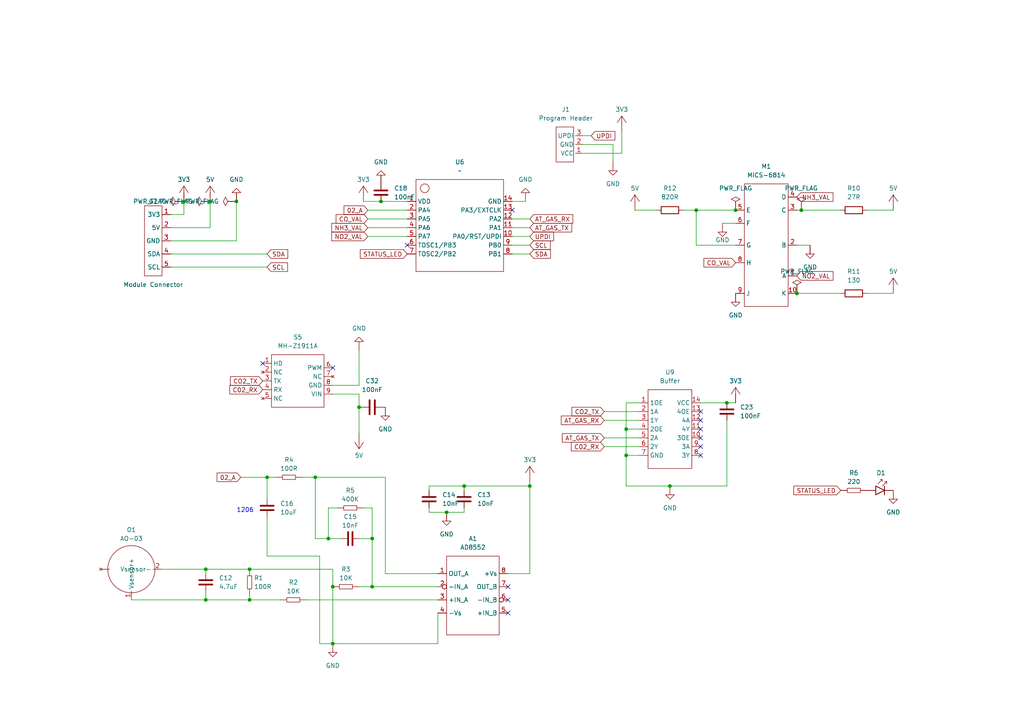
<source format=kicad_sch>
(kicad_sch
	(version 20250114)
	(generator "eeschema")
	(generator_version "9.0")
	(uuid "bd8bb99f-1696-40e4-a829-79b3479834af")
	(paper "A4")
	(lib_symbols
		(symbol "Device:C"
			(pin_numbers
				(hide yes)
			)
			(pin_names
				(offset 0.254)
			)
			(exclude_from_sim no)
			(in_bom yes)
			(on_board yes)
			(property "Reference" "C"
				(at 0.635 2.54 0)
				(effects
					(font
						(size 1.27 1.27)
					)
					(justify left)
				)
			)
			(property "Value" "C"
				(at 0.635 -2.54 0)
				(effects
					(font
						(size 1.27 1.27)
					)
					(justify left)
				)
			)
			(property "Footprint" ""
				(at 0.9652 -3.81 0)
				(effects
					(font
						(size 1.27 1.27)
					)
					(hide yes)
				)
			)
			(property "Datasheet" "~"
				(at 0 0 0)
				(effects
					(font
						(size 1.27 1.27)
					)
					(hide yes)
				)
			)
			(property "Description" "Unpolarized capacitor"
				(at 0 0 0)
				(effects
					(font
						(size 1.27 1.27)
					)
					(hide yes)
				)
			)
			(property "ki_keywords" "cap capacitor"
				(at 0 0 0)
				(effects
					(font
						(size 1.27 1.27)
					)
					(hide yes)
				)
			)
			(property "ki_fp_filters" "C_*"
				(at 0 0 0)
				(effects
					(font
						(size 1.27 1.27)
					)
					(hide yes)
				)
			)
			(symbol "C_0_1"
				(polyline
					(pts
						(xy -2.032 0.762) (xy 2.032 0.762)
					)
					(stroke
						(width 0.508)
						(type default)
					)
					(fill
						(type none)
					)
				)
				(polyline
					(pts
						(xy -2.032 -0.762) (xy 2.032 -0.762)
					)
					(stroke
						(width 0.508)
						(type default)
					)
					(fill
						(type none)
					)
				)
			)
			(symbol "C_1_1"
				(pin passive line
					(at 0 3.81 270)
					(length 2.794)
					(name "~"
						(effects
							(font
								(size 1.27 1.27)
							)
						)
					)
					(number "1"
						(effects
							(font
								(size 1.27 1.27)
							)
						)
					)
				)
				(pin passive line
					(at 0 -3.81 90)
					(length 2.794)
					(name "~"
						(effects
							(font
								(size 1.27 1.27)
							)
						)
					)
					(number "2"
						(effects
							(font
								(size 1.27 1.27)
							)
						)
					)
				)
			)
			(embedded_fonts no)
		)
		(symbol "Device:R"
			(pin_numbers
				(hide yes)
			)
			(pin_names
				(offset 0)
			)
			(exclude_from_sim no)
			(in_bom yes)
			(on_board yes)
			(property "Reference" "R"
				(at 2.032 0 90)
				(effects
					(font
						(size 1.27 1.27)
					)
				)
			)
			(property "Value" "R"
				(at 0 0 90)
				(effects
					(font
						(size 1.27 1.27)
					)
				)
			)
			(property "Footprint" ""
				(at -1.778 0 90)
				(effects
					(font
						(size 1.27 1.27)
					)
					(hide yes)
				)
			)
			(property "Datasheet" "~"
				(at 0 0 0)
				(effects
					(font
						(size 1.27 1.27)
					)
					(hide yes)
				)
			)
			(property "Description" "Resistor"
				(at 0 0 0)
				(effects
					(font
						(size 1.27 1.27)
					)
					(hide yes)
				)
			)
			(property "ki_keywords" "R res resistor"
				(at 0 0 0)
				(effects
					(font
						(size 1.27 1.27)
					)
					(hide yes)
				)
			)
			(property "ki_fp_filters" "R_*"
				(at 0 0 0)
				(effects
					(font
						(size 1.27 1.27)
					)
					(hide yes)
				)
			)
			(symbol "R_0_1"
				(rectangle
					(start -1.016 -2.54)
					(end 1.016 2.54)
					(stroke
						(width 0.254)
						(type default)
					)
					(fill
						(type none)
					)
				)
			)
			(symbol "R_1_1"
				(pin passive line
					(at 0 3.81 270)
					(length 1.27)
					(name "~"
						(effects
							(font
								(size 1.27 1.27)
							)
						)
					)
					(number "1"
						(effects
							(font
								(size 1.27 1.27)
							)
						)
					)
				)
				(pin passive line
					(at 0 -3.81 90)
					(length 1.27)
					(name "~"
						(effects
							(font
								(size 1.27 1.27)
							)
						)
					)
					(number "2"
						(effects
							(font
								(size 1.27 1.27)
							)
						)
					)
				)
			)
			(embedded_fonts no)
		)
		(symbol "air_sens_lib:AD8552"
			(exclude_from_sim no)
			(in_bom yes)
			(on_board yes)
			(property "Reference" "A"
				(at 0 0 0)
				(effects
					(font
						(size 1.27 1.27)
					)
				)
			)
			(property "Value" ""
				(at 0 0 0)
				(effects
					(font
						(size 1.27 1.27)
					)
				)
			)
			(property "Footprint" ""
				(at 0 0 0)
				(effects
					(font
						(size 1.27 1.27)
					)
					(hide yes)
				)
			)
			(property "Datasheet" ""
				(at 0 0 0)
				(effects
					(font
						(size 1.27 1.27)
					)
					(hide yes)
				)
			)
			(property "Description" ""
				(at 0 0 0)
				(effects
					(font
						(size 1.27 1.27)
					)
					(hide yes)
				)
			)
			(symbol "AD8552_0_1"
				(rectangle
					(start -5.08 25.4)
					(end 10.16 2.54)
					(stroke
						(width 0)
						(type default)
					)
					(fill
						(type none)
					)
				)
			)
			(symbol "AD8552_1_1"
				(pin output line
					(at -7.62 20.32 0)
					(length 2.54)
					(name "OUT_A"
						(effects
							(font
								(size 1.27 1.27)
							)
						)
					)
					(number "1"
						(effects
							(font
								(size 1.27 1.27)
							)
						)
					)
				)
				(pin input inverted
					(at -7.62 16.51 0)
					(length 2.54)
					(name "-IN_A"
						(effects
							(font
								(size 1.27 1.27)
							)
						)
					)
					(number "2"
						(effects
							(font
								(size 1.27 1.27)
							)
						)
					)
				)
				(pin input line
					(at -7.62 12.7 0)
					(length 2.54)
					(name "+IN_A"
						(effects
							(font
								(size 1.27 1.27)
							)
						)
					)
					(number "3"
						(effects
							(font
								(size 1.27 1.27)
							)
						)
					)
				)
				(pin power_in line
					(at -7.62 8.89 0)
					(length 2.54)
					(name "-Vs"
						(effects
							(font
								(size 1.27 1.27)
							)
						)
					)
					(number "4"
						(effects
							(font
								(size 1.27 1.27)
							)
						)
					)
				)
				(pin power_in line
					(at 12.7 20.32 180)
					(length 2.54)
					(name "+Vs"
						(effects
							(font
								(size 1.27 1.27)
							)
						)
					)
					(number "8"
						(effects
							(font
								(size 1.27 1.27)
							)
						)
					)
				)
				(pin output line
					(at 12.7 16.51 180)
					(length 2.54)
					(name "OUT_B"
						(effects
							(font
								(size 1.27 1.27)
							)
						)
					)
					(number "7"
						(effects
							(font
								(size 1.27 1.27)
							)
						)
					)
				)
				(pin input inverted
					(at 12.7 12.7 180)
					(length 2.54)
					(name "-IN_B"
						(effects
							(font
								(size 1.27 1.27)
							)
						)
					)
					(number "6"
						(effects
							(font
								(size 1.27 1.27)
							)
						)
					)
				)
				(pin input line
					(at 12.7 8.89 180)
					(length 2.54)
					(name "+IN_B"
						(effects
							(font
								(size 1.27 1.27)
							)
						)
					)
					(number "5"
						(effects
							(font
								(size 1.27 1.27)
							)
						)
					)
				)
			)
			(embedded_fonts no)
		)
		(symbol "air_sens_lib:AO_03"
			(exclude_from_sim no)
			(in_bom yes)
			(on_board yes)
			(property "Reference" "O"
				(at 0 -9.144 0)
				(effects
					(font
						(size 1.27 1.27)
					)
				)
			)
			(property "Value" ""
				(at 0 0 0)
				(effects
					(font
						(size 1.27 1.27)
					)
				)
			)
			(property "Footprint" "air_sens_foots:AO_03"
				(at 0 -6.604 0)
				(effects
					(font
						(size 1.27 1.27)
					)
					(hide yes)
				)
			)
			(property "Datasheet" ""
				(at 0 0 0)
				(effects
					(font
						(size 1.27 1.27)
					)
					(hide yes)
				)
			)
			(property "Description" ""
				(at 0 0 0)
				(effects
					(font
						(size 1.27 1.27)
					)
					(hide yes)
				)
			)
			(symbol "AO_03_0_1"
				(circle
					(center 0 2.54)
					(radius 6.8392)
					(stroke
						(width 0)
						(type default)
					)
					(fill
						(type none)
					)
				)
			)
			(symbol "AO_03_1_1"
				(pin no_connect line
					(at -8.89 2.54 0)
					(length 2.54)
					(name ""
						(effects
							(font
								(size 1.27 1.27)
							)
						)
					)
					(number ""
						(effects
							(font
								(size 1.27 1.27)
							)
						)
					)
				)
				(pin passive line
					(at 0 11.43 270)
					(length 2.54)
					(name "Vsensor+"
						(effects
							(font
								(size 1.27 1.27)
							)
						)
					)
					(number "1"
						(effects
							(font
								(size 1.27 1.27)
							)
						)
					)
				)
				(pin passive line
					(at 8.89 2.54 180)
					(length 2.54)
					(name "Vsensor-"
						(effects
							(font
								(size 1.27 1.27)
							)
						)
					)
					(number "2"
						(effects
							(font
								(size 1.27 1.27)
							)
						)
					)
				)
			)
			(embedded_fonts no)
		)
		(symbol "air_sens_lib:ATtiny1614"
			(exclude_from_sim no)
			(in_bom yes)
			(on_board yes)
			(property "Reference" "U"
				(at 0 0 0)
				(effects
					(font
						(size 1.27 1.27)
					)
				)
			)
			(property "Value" ""
				(at 0 0 0)
				(effects
					(font
						(size 1.27 1.27)
					)
				)
			)
			(property "Footprint" ""
				(at 0 0 0)
				(effects
					(font
						(size 1.27 1.27)
					)
					(hide yes)
				)
			)
			(property "Datasheet" ""
				(at 0 0 0)
				(effects
					(font
						(size 1.27 1.27)
					)
					(hide yes)
				)
			)
			(property "Description" ""
				(at 0 0 0)
				(effects
					(font
						(size 1.27 1.27)
					)
					(hide yes)
				)
			)
			(symbol "ATtiny1614_0_1"
				(rectangle
					(start -13.97 31.75)
					(end 11.43 5.08)
					(stroke
						(width 0)
						(type default)
					)
					(fill
						(type none)
					)
				)
				(circle
					(center -11.43 29.21)
					(radius 1.27)
					(stroke
						(width 0)
						(type default)
					)
					(fill
						(type none)
					)
				)
			)
			(symbol "ATtiny1614_1_1"
				(pin power_in line
					(at -16.51 25.4 0)
					(length 2.54)
					(name "VDD"
						(effects
							(font
								(size 1.27 1.27)
							)
						)
					)
					(number "1"
						(effects
							(font
								(size 1.27 1.27)
							)
						)
					)
				)
				(pin bidirectional line
					(at -16.51 22.86 0)
					(length 2.54)
					(name "PA4"
						(effects
							(font
								(size 1.27 1.27)
							)
						)
					)
					(number "2"
						(effects
							(font
								(size 1.27 1.27)
							)
						)
					)
				)
				(pin bidirectional line
					(at -16.51 20.32 0)
					(length 2.54)
					(name "PA5"
						(effects
							(font
								(size 1.27 1.27)
							)
						)
					)
					(number "3"
						(effects
							(font
								(size 1.27 1.27)
							)
						)
					)
				)
				(pin bidirectional line
					(at -16.51 17.78 0)
					(length 2.54)
					(name "PA6"
						(effects
							(font
								(size 1.27 1.27)
							)
						)
					)
					(number "4"
						(effects
							(font
								(size 1.27 1.27)
							)
						)
					)
				)
				(pin bidirectional line
					(at -16.51 15.24 0)
					(length 2.54)
					(name "PA7"
						(effects
							(font
								(size 1.27 1.27)
							)
						)
					)
					(number "5"
						(effects
							(font
								(size 1.27 1.27)
							)
						)
					)
				)
				(pin bidirectional line
					(at -16.51 12.7 0)
					(length 2.54)
					(name "TOSC1/PB3"
						(effects
							(font
								(size 1.27 1.27)
							)
						)
					)
					(number "6"
						(effects
							(font
								(size 1.27 1.27)
							)
						)
					)
				)
				(pin bidirectional line
					(at -16.51 10.16 0)
					(length 2.54)
					(name "TOSC2/PB2"
						(effects
							(font
								(size 1.27 1.27)
							)
						)
					)
					(number "7"
						(effects
							(font
								(size 1.27 1.27)
							)
						)
					)
				)
				(pin power_in line
					(at 13.97 25.4 180)
					(length 2.54)
					(name "GND"
						(effects
							(font
								(size 1.27 1.27)
							)
						)
					)
					(number "14"
						(effects
							(font
								(size 1.27 1.27)
							)
						)
					)
				)
				(pin bidirectional line
					(at 13.97 22.86 180)
					(length 2.54)
					(name "PA3/EXTCLK"
						(effects
							(font
								(size 1.27 1.27)
							)
						)
					)
					(number "13"
						(effects
							(font
								(size 1.27 1.27)
							)
						)
					)
				)
				(pin bidirectional line
					(at 13.97 20.32 180)
					(length 2.54)
					(name "PA2"
						(effects
							(font
								(size 1.27 1.27)
							)
						)
					)
					(number "12"
						(effects
							(font
								(size 1.27 1.27)
							)
						)
					)
				)
				(pin bidirectional line
					(at 13.97 17.78 180)
					(length 2.54)
					(name "PA1"
						(effects
							(font
								(size 1.27 1.27)
							)
						)
					)
					(number "11"
						(effects
							(font
								(size 1.27 1.27)
							)
						)
					)
				)
				(pin bidirectional line
					(at 13.97 15.24 180)
					(length 2.54)
					(name "PA0/RST/UPDI"
						(effects
							(font
								(size 1.27 1.27)
							)
						)
					)
					(number "10"
						(effects
							(font
								(size 1.27 1.27)
							)
						)
					)
				)
				(pin bidirectional line
					(at 13.97 12.7 180)
					(length 2.54)
					(name "PB0"
						(effects
							(font
								(size 1.27 1.27)
							)
						)
					)
					(number "9"
						(effects
							(font
								(size 1.27 1.27)
							)
						)
					)
				)
				(pin bidirectional line
					(at 13.97 10.16 180)
					(length 2.54)
					(name "PB1"
						(effects
							(font
								(size 1.27 1.27)
							)
						)
					)
					(number "8"
						(effects
							(font
								(size 1.27 1.27)
							)
						)
					)
				)
			)
			(embedded_fonts no)
		)
		(symbol "air_sens_lib:ATtiny1614_programming_header"
			(exclude_from_sim no)
			(in_bom yes)
			(on_board yes)
			(property "Reference" "J"
				(at 0 0 0)
				(effects
					(font
						(size 1.27 1.27)
					)
				)
			)
			(property "Value" ""
				(at 0 0 0)
				(effects
					(font
						(size 1.27 1.27)
					)
				)
			)
			(property "Footprint" ""
				(at 0 0 0)
				(effects
					(font
						(size 1.27 1.27)
					)
					(hide yes)
				)
			)
			(property "Datasheet" ""
				(at 0 0 0)
				(effects
					(font
						(size 1.27 1.27)
					)
					(hide yes)
				)
			)
			(property "Description" ""
				(at 0 0 0)
				(effects
					(font
						(size 1.27 1.27)
					)
					(hide yes)
				)
			)
			(symbol "ATtiny1614_programming_header_0_1"
				(rectangle
					(start 0 16.51)
					(end 5.08 6.35)
					(stroke
						(width 0)
						(type default)
					)
					(fill
						(type none)
					)
				)
			)
			(symbol "ATtiny1614_programming_header_1_1"
				(pin power_in line
					(at -2.54 13.97 0)
					(length 2)
					(name "VCC"
						(effects
							(font
								(size 1.27 1.27)
							)
						)
					)
					(number "1"
						(effects
							(font
								(size 1.27 1.27)
							)
						)
					)
				)
				(pin power_in line
					(at -2.54 11.43 0)
					(length 2)
					(name "GND"
						(effects
							(font
								(size 1.27 1.27)
							)
						)
					)
					(number "2"
						(effects
							(font
								(size 1.27 1.27)
							)
						)
					)
				)
				(pin bidirectional line
					(at -2.54 8.89 0)
					(length 2)
					(name "UPDI"
						(effects
							(font
								(size 1.27 1.27)
							)
						)
					)
					(number "3"
						(effects
							(font
								(size 1.27 1.27)
							)
						)
					)
				)
			)
			(embedded_fonts no)
		)
		(symbol "air_sens_lib:MH-Z1911A"
			(exclude_from_sim no)
			(in_bom yes)
			(on_board yes)
			(property "Reference" "S"
				(at 2.54 1.27 0)
				(effects
					(font
						(size 1.27 1.27)
					)
				)
			)
			(property "Value" ""
				(at 0 0 0)
				(effects
					(font
						(size 1.27 1.27)
					)
				)
			)
			(property "Footprint" ""
				(at 0 0 0)
				(effects
					(font
						(size 1.27 1.27)
					)
					(hide yes)
				)
			)
			(property "Datasheet" ""
				(at 0 0 0)
				(effects
					(font
						(size 1.27 1.27)
					)
					(hide yes)
				)
			)
			(property "Description" ""
				(at 0 0 0)
				(effects
					(font
						(size 1.27 1.27)
					)
					(hide yes)
				)
			)
			(symbol "MH-Z1911A_0_1"
				(rectangle
					(start -5.08 19.05)
					(end 10.16 3.81)
					(stroke
						(width 0)
						(type default)
					)
					(fill
						(type none)
					)
				)
			)
			(symbol "MH-Z1911A_1_1"
				(pin bidirectional line
					(at -7.62 16.51 0)
					(length 2.54)
					(name "HD"
						(effects
							(font
								(size 1.27 1.27)
							)
						)
					)
					(number "1"
						(effects
							(font
								(size 1.27 1.27)
							)
						)
					)
				)
				(pin no_connect line
					(at -7.62 13.97 0)
					(length 2.54)
					(name "NC"
						(effects
							(font
								(size 1.27 1.27)
							)
						)
					)
					(number "2"
						(effects
							(font
								(size 1.27 1.27)
							)
						)
					)
				)
				(pin bidirectional line
					(at -7.62 11.43 0)
					(length 2.54)
					(name "TX"
						(effects
							(font
								(size 1.27 1.27)
							)
						)
					)
					(number "3"
						(effects
							(font
								(size 1.27 1.27)
							)
						)
					)
				)
				(pin input line
					(at -7.62 8.89 0)
					(length 2.54)
					(name "RX"
						(effects
							(font
								(size 1.27 1.27)
							)
						)
					)
					(number "4"
						(effects
							(font
								(size 1.27 1.27)
							)
						)
					)
				)
				(pin no_connect line
					(at -7.62 6.35 0)
					(length 2.54)
					(name "NC"
						(effects
							(font
								(size 1.27 1.27)
							)
						)
					)
					(number "5"
						(effects
							(font
								(size 1.27 1.27)
							)
						)
					)
				)
				(pin bidirectional line
					(at 12.7 15.24 180)
					(length 2.54)
					(name "PWM"
						(effects
							(font
								(size 1.27 1.27)
							)
						)
					)
					(number "6"
						(effects
							(font
								(size 1.27 1.27)
							)
						)
					)
				)
				(pin no_connect line
					(at 12.7 12.7 180)
					(length 2.54)
					(name "NC"
						(effects
							(font
								(size 1.27 1.27)
							)
						)
					)
					(number "7"
						(effects
							(font
								(size 1.27 1.27)
							)
						)
					)
				)
				(pin power_in line
					(at 12.7 10.16 180)
					(length 2.54)
					(name "GND"
						(effects
							(font
								(size 1.27 1.27)
							)
						)
					)
					(number "8"
						(effects
							(font
								(size 1.27 1.27)
							)
						)
					)
				)
				(pin power_in line
					(at 12.7 7.62 180)
					(length 2.54)
					(name "VIN"
						(effects
							(font
								(size 1.27 1.27)
							)
						)
					)
					(number "9"
						(effects
							(font
								(size 1.27 1.27)
							)
						)
					)
				)
			)
			(embedded_fonts no)
		)
		(symbol "air_sens_lib:MiCS-6814"
			(exclude_from_sim no)
			(in_bom yes)
			(on_board yes)
			(property "Reference" "M"
				(at 0 0 0)
				(effects
					(font
						(size 1.27 1.27)
					)
				)
			)
			(property "Value" ""
				(at 0 0 0)
				(effects
					(font
						(size 1.27 1.27)
					)
				)
			)
			(property "Footprint" ""
				(at 0 0 0)
				(effects
					(font
						(size 1.27 1.27)
					)
					(hide yes)
				)
			)
			(property "Datasheet" ""
				(at 0 0 0)
				(effects
					(font
						(size 1.27 1.27)
					)
					(hide yes)
				)
			)
			(property "Description" ""
				(at 0 0 0)
				(effects
					(font
						(size 1.27 1.27)
					)
					(hide yes)
				)
			)
			(symbol "MiCS-6814_0_1"
				(rectangle
					(start -8.89 38.1)
					(end 3.81 2.54)
					(stroke
						(width 0)
						(type default)
					)
					(fill
						(type none)
					)
				)
			)
			(symbol "MiCS-6814_1_1"
				(pin power_in line
					(at -11.43 30.48 0)
					(length 2.54)
					(name "E"
						(effects
							(font
								(size 1.27 1.27)
							)
						)
					)
					(number "5"
						(effects
							(font
								(size 1.27 1.27)
							)
						)
					)
				)
				(pin power_in line
					(at -11.43 26.67 0)
					(length 2.54)
					(name "F"
						(effects
							(font
								(size 1.27 1.27)
							)
						)
					)
					(number "6"
						(effects
							(font
								(size 1.27 1.27)
							)
						)
					)
				)
				(pin power_in line
					(at -11.43 20.32 0)
					(length 2.54)
					(name "G"
						(effects
							(font
								(size 1.27 1.27)
							)
						)
					)
					(number "7"
						(effects
							(font
								(size 1.27 1.27)
							)
						)
					)
				)
				(pin output line
					(at -11.43 15.24 0)
					(length 2.54)
					(name "H"
						(effects
							(font
								(size 1.27 1.27)
							)
						)
					)
					(number "8"
						(effects
							(font
								(size 1.27 1.27)
							)
						)
					)
				)
				(pin power_in line
					(at -11.43 6.35 0)
					(length 2.54)
					(name "J"
						(effects
							(font
								(size 1.27 1.27)
							)
						)
					)
					(number "9"
						(effects
							(font
								(size 1.27 1.27)
							)
						)
					)
				)
				(pin output line
					(at 6.35 34.29 180)
					(length 2.54)
					(name "D"
						(effects
							(font
								(size 1.27 1.27)
							)
						)
					)
					(number "4"
						(effects
							(font
								(size 1.27 1.27)
							)
						)
					)
				)
				(pin power_in line
					(at 6.35 30.48 180)
					(length 2.54)
					(name "C"
						(effects
							(font
								(size 1.27 1.27)
							)
						)
					)
					(number "3"
						(effects
							(font
								(size 1.27 1.27)
							)
						)
					)
				)
				(pin power_in line
					(at 6.35 20.32 180)
					(length 2.54)
					(name "B"
						(effects
							(font
								(size 1.27 1.27)
							)
						)
					)
					(number "2"
						(effects
							(font
								(size 1.27 1.27)
							)
						)
					)
				)
				(pin output line
					(at 6.35 11.43 180)
					(length 2.54)
					(name "A"
						(effects
							(font
								(size 1.27 1.27)
							)
						)
					)
					(number "1"
						(effects
							(font
								(size 1.27 1.27)
							)
						)
					)
				)
				(pin power_in line
					(at 6.35 6.35 180)
					(length 2.54)
					(name "K"
						(effects
							(font
								(size 1.27 1.27)
							)
						)
					)
					(number "10"
						(effects
							(font
								(size 1.27 1.27)
							)
						)
					)
				)
			)
			(embedded_fonts no)
		)
		(symbol "air_sens_lib:SN74LVC125"
			(exclude_from_sim no)
			(in_bom yes)
			(on_board yes)
			(property "Reference" "U"
				(at 2.286 0 0)
				(effects
					(font
						(size 1.27 1.27)
					)
				)
			)
			(property "Value" ""
				(at 0 0 0)
				(effects
					(font
						(size 1.27 1.27)
					)
				)
			)
			(property "Footprint" ""
				(at 0 0 0)
				(effects
					(font
						(size 1.27 1.27)
					)
					(hide yes)
				)
			)
			(property "Datasheet" ""
				(at 0 0 0)
				(effects
					(font
						(size 1.27 1.27)
					)
					(hide yes)
				)
			)
			(property "Description" ""
				(at 0 0 0)
				(effects
					(font
						(size 1.27 1.27)
					)
					(hide yes)
				)
			)
			(symbol "SN74LVC125_0_1"
				(rectangle
					(start -3.81 25.4)
					(end 8.89 2.54)
					(stroke
						(width 0)
						(type default)
					)
					(fill
						(type none)
					)
				)
			)
			(symbol "SN74LVC125_1_1"
				(pin input line
					(at -6.35 21.59 0)
					(length 2.54)
					(name "1OE"
						(effects
							(font
								(size 1.27 1.27)
							)
						)
					)
					(number "1"
						(effects
							(font
								(size 1.27 1.27)
							)
						)
					)
				)
				(pin input line
					(at -6.35 19.05 0)
					(length 2.54)
					(name "1A"
						(effects
							(font
								(size 1.27 1.27)
							)
						)
					)
					(number "2"
						(effects
							(font
								(size 1.27 1.27)
							)
						)
					)
				)
				(pin output line
					(at -6.35 16.51 0)
					(length 2.54)
					(name "1Y"
						(effects
							(font
								(size 1.27 1.27)
							)
						)
					)
					(number "3"
						(effects
							(font
								(size 1.27 1.27)
							)
						)
					)
				)
				(pin input line
					(at -6.35 13.97 0)
					(length 2.54)
					(name "2OE"
						(effects
							(font
								(size 1.27 1.27)
							)
						)
					)
					(number "4"
						(effects
							(font
								(size 1.27 1.27)
							)
						)
					)
				)
				(pin input line
					(at -6.35 11.43 0)
					(length 2.54)
					(name "2A"
						(effects
							(font
								(size 1.27 1.27)
							)
						)
					)
					(number "5"
						(effects
							(font
								(size 1.27 1.27)
							)
						)
					)
				)
				(pin output line
					(at -6.35 8.89 0)
					(length 2.54)
					(name "2Y"
						(effects
							(font
								(size 1.27 1.27)
							)
						)
					)
					(number "6"
						(effects
							(font
								(size 1.27 1.27)
							)
						)
					)
				)
				(pin power_in line
					(at -6.35 6.35 0)
					(length 2.54)
					(name "GND"
						(effects
							(font
								(size 1.27 1.27)
							)
						)
					)
					(number "7"
						(effects
							(font
								(size 1.27 1.27)
							)
						)
					)
				)
				(pin power_in line
					(at 11.43 21.59 180)
					(length 2.54)
					(name "VCC"
						(effects
							(font
								(size 1.27 1.27)
							)
						)
					)
					(number "14"
						(effects
							(font
								(size 1.27 1.27)
							)
						)
					)
				)
				(pin input line
					(at 11.43 19.05 180)
					(length 2.54)
					(name "4OE"
						(effects
							(font
								(size 1.27 1.27)
							)
						)
					)
					(number "13"
						(effects
							(font
								(size 1.27 1.27)
							)
						)
					)
				)
				(pin input line
					(at 11.43 16.51 180)
					(length 2.54)
					(name "4A"
						(effects
							(font
								(size 1.27 1.27)
							)
						)
					)
					(number "12"
						(effects
							(font
								(size 1.27 1.27)
							)
						)
					)
				)
				(pin output line
					(at 11.43 13.97 180)
					(length 2.54)
					(name "4Y"
						(effects
							(font
								(size 1.27 1.27)
							)
						)
					)
					(number "11"
						(effects
							(font
								(size 1.27 1.27)
							)
						)
					)
				)
				(pin input line
					(at 11.43 11.43 180)
					(length 2.54)
					(name "3OE"
						(effects
							(font
								(size 1.27 1.27)
							)
						)
					)
					(number "10"
						(effects
							(font
								(size 1.27 1.27)
							)
						)
					)
				)
				(pin input line
					(at 11.43 8.89 180)
					(length 2.54)
					(name "3A"
						(effects
							(font
								(size 1.27 1.27)
							)
						)
					)
					(number "9"
						(effects
							(font
								(size 1.27 1.27)
							)
						)
					)
				)
				(pin output line
					(at 11.43 6.35 180)
					(length 2.54)
					(name "3Y"
						(effects
							(font
								(size 1.27 1.27)
							)
						)
					)
					(number "8"
						(effects
							(font
								(size 1.27 1.27)
							)
						)
					)
				)
			)
			(embedded_fonts no)
		)
		(symbol "air_sens_lib:module_gpio"
			(exclude_from_sim no)
			(in_bom yes)
			(on_board yes)
			(property "Reference" "G"
				(at 5.842 3.048 0)
				(effects
					(font
						(size 1.27 1.27)
					)
				)
			)
			(property "Value" ""
				(at 0 0 0)
				(effects
					(font
						(size 1.27 1.27)
					)
				)
			)
			(property "Footprint" ""
				(at 0 0 0)
				(effects
					(font
						(size 1.27 1.27)
					)
					(hide yes)
				)
			)
			(property "Datasheet" ""
				(at 0 0 0)
				(effects
					(font
						(size 1.27 1.27)
					)
					(hide yes)
				)
			)
			(property "Description" ""
				(at 0 0 0)
				(effects
					(font
						(size 1.27 1.27)
					)
					(hide yes)
				)
			)
			(symbol "module_gpio_0_1"
				(rectangle
					(start 7.62 26.67)
					(end 2.54 6.35)
					(stroke
						(width 0)
						(type default)
					)
					(fill
						(type none)
					)
				)
			)
			(symbol "module_gpio_1_1"
				(pin power_in line
					(at 10.16 24.13 180)
					(length 2.54)
					(name "3V3"
						(effects
							(font
								(size 1.27 1.27)
							)
						)
					)
					(number "1"
						(effects
							(font
								(size 1.27 1.27)
							)
						)
					)
				)
				(pin power_in line
					(at 10.16 20.32 180)
					(length 2.54)
					(name "5V"
						(effects
							(font
								(size 1.27 1.27)
							)
						)
					)
					(number "2"
						(effects
							(font
								(size 1.27 1.27)
							)
						)
					)
				)
				(pin power_in line
					(at 10.16 16.51 180)
					(length 2.54)
					(name "GND"
						(effects
							(font
								(size 1.27 1.27)
							)
						)
					)
					(number "3"
						(effects
							(font
								(size 1.27 1.27)
							)
						)
					)
				)
				(pin bidirectional line
					(at 10.16 12.7 180)
					(length 2.54)
					(name "SDA"
						(effects
							(font
								(size 1.27 1.27)
							)
						)
					)
					(number "4"
						(effects
							(font
								(size 1.27 1.27)
							)
						)
					)
				)
				(pin bidirectional line
					(at 10.16 8.89 180)
					(length 2.54)
					(name "SCL"
						(effects
							(font
								(size 1.27 1.27)
							)
						)
					)
					(number "5"
						(effects
							(font
								(size 1.27 1.27)
							)
						)
					)
				)
			)
			(embedded_fonts no)
		)
		(symbol "common:Capacitor"
			(pin_numbers
				(hide yes)
			)
			(exclude_from_sim no)
			(in_bom yes)
			(on_board yes)
			(property "Reference" "C"
				(at 0 3.5 0)
				(effects
					(font
						(size 1.27 1.27)
					)
				)
			)
			(property "Value" "F"
				(at 0 -4 0)
				(effects
					(font
						(size 1.27 1.27)
					)
				)
			)
			(property "Footprint" ""
				(at 0 0 0)
				(effects
					(font
						(size 1.27 1.27)
					)
					(hide yes)
				)
			)
			(property "Datasheet" ""
				(at 0 0 0)
				(effects
					(font
						(size 1.27 1.27)
					)
					(hide yes)
				)
			)
			(property "Description" "Unpolarized Capacitor"
				(at 0 -5.5 0)
				(effects
					(font
						(size 1.27 1.27)
					)
					(hide yes)
				)
			)
			(symbol "Capacitor_1_1"
				(polyline
					(pts
						(xy -0.635 1.905) (xy -0.635 -1.905)
					)
					(stroke
						(width 0.5)
						(type solid)
					)
					(fill
						(type none)
					)
				)
				(polyline
					(pts
						(xy 0.635 1.905) (xy 0.635 -1.905)
					)
					(stroke
						(width 0.5)
						(type solid)
					)
					(fill
						(type none)
					)
				)
				(pin passive line
					(at -2.54 0 0)
					(length 1.9)
					(name "~"
						(effects
							(font
								(size 1.27 1.27)
							)
						)
					)
					(number "1"
						(effects
							(font
								(size 1.27 1.27)
							)
						)
					)
				)
				(pin passive line
					(at 2.54 0 180)
					(length 1.9)
					(name "~"
						(effects
							(font
								(size 1.27 1.27)
							)
						)
					)
					(number "2"
						(effects
							(font
								(size 1.27 1.27)
							)
						)
					)
				)
			)
			(embedded_fonts no)
		)
		(symbol "common:LED"
			(pin_numbers
				(hide yes)
			)
			(pin_names
				(hide yes)
			)
			(exclude_from_sim no)
			(in_bom yes)
			(on_board yes)
			(property "Reference" "D"
				(at 0 2 0)
				(effects
					(font
						(size 1.27 1.27)
					)
				)
			)
			(property "Value" "~"
				(at 0 0 0)
				(effects
					(font
						(size 1.27 1.27)
					)
					(hide yes)
				)
			)
			(property "Footprint" ""
				(at 0 0 0)
				(effects
					(font
						(size 1.27 1.27)
					)
					(hide yes)
				)
			)
			(property "Datasheet" ""
				(at 0 0 0)
				(effects
					(font
						(size 1.27 1.27)
					)
					(hide yes)
				)
			)
			(property "Description" "Light-Emitting Diode"
				(at 0 -4.5 0)
				(effects
					(font
						(size 1.27 1.27)
					)
					(hide yes)
				)
			)
			(symbol "LED_1_1"
				(polyline
					(pts
						(xy -1.27 1.27) (xy -1.27 -1.27)
					)
					(stroke
						(width 0.25)
						(type solid)
					)
					(fill
						(type none)
					)
				)
				(polyline
					(pts
						(xy -1.27 0) (xy 1.27 1.27) (xy 1.27 -1.27) (xy -1.27 0)
					)
					(stroke
						(width 0.25)
						(type solid)
					)
					(fill
						(type none)
					)
				)
				(polyline
					(pts
						(xy -1.27 -2.54) (xy -1.905 -2.54) (xy -1.905 -1.905)
					)
					(stroke
						(width 0)
						(type default)
					)
					(fill
						(type none)
					)
				)
				(polyline
					(pts
						(xy -0.635 -1.27) (xy -1.905 -2.54)
					)
					(stroke
						(width 0)
						(type default)
					)
					(fill
						(type none)
					)
				)
				(polyline
					(pts
						(xy 0 -3.175) (xy -0.635 -3.175) (xy -0.635 -2.54)
					)
					(stroke
						(width 0)
						(type default)
					)
					(fill
						(type none)
					)
				)
				(polyline
					(pts
						(xy 0.635 -1.905) (xy -0.635 -3.175)
					)
					(stroke
						(width 0)
						(type default)
					)
					(fill
						(type none)
					)
				)
				(pin passive line
					(at -3.81 0 0)
					(length 2.54)
					(name "K"
						(effects
							(font
								(size 1.27 1.27)
							)
						)
					)
					(number "1"
						(effects
							(font
								(size 1.27 1.27)
							)
						)
					)
				)
				(pin passive line
					(at 3.81 0 180)
					(length 2.54)
					(name "A"
						(effects
							(font
								(size 1.27 1.27)
							)
						)
					)
					(number "2"
						(effects
							(font
								(size 1.27 1.27)
							)
						)
					)
				)
			)
			(embedded_fonts no)
		)
		(symbol "common:Resistor"
			(pin_numbers
				(hide yes)
			)
			(exclude_from_sim no)
			(in_bom yes)
			(on_board yes)
			(property "Reference" "R"
				(at 0 -2 0)
				(effects
					(font
						(size 1.27 1.27)
					)
				)
			)
			(property "Value" "Ohm"
				(at 0 2 0)
				(effects
					(font
						(size 1.27 1.27)
					)
				)
			)
			(property "Footprint" ""
				(at 0 0 0)
				(effects
					(font
						(size 1.27 1.27)
					)
					(hide yes)
				)
			)
			(property "Datasheet" ""
				(at 0 0 0)
				(effects
					(font
						(size 1.27 1.27)
					)
					(hide yes)
				)
			)
			(property "Description" "Resistor"
				(at 0 -3.5 0)
				(effects
					(font
						(size 1.27 1.27)
					)
					(hide yes)
				)
			)
			(symbol "Resistor_0_1"
				(rectangle
					(start -1.905 0.635)
					(end 1.905 -0.635)
					(stroke
						(width 0)
						(type default)
					)
					(fill
						(type none)
					)
				)
			)
			(symbol "Resistor_1_1"
				(pin passive line
					(at -3.81 0 0)
					(length 1.9)
					(name "~"
						(effects
							(font
								(size 1.27 1.27)
							)
						)
					)
					(number "1"
						(effects
							(font
								(size 1.27 1.27)
							)
						)
					)
				)
				(pin passive line
					(at 3.81 0 180)
					(length 1.9)
					(name "~"
						(effects
							(font
								(size 1.27 1.27)
							)
						)
					)
					(number "2"
						(effects
							(font
								(size 1.27 1.27)
							)
						)
					)
				)
			)
			(embedded_fonts no)
		)
		(symbol "pwr:+3.3V"
			(power)
			(pin_numbers
				(hide yes)
			)
			(exclude_from_sim no)
			(in_bom no)
			(on_board no)
			(property "Reference" "#3V3"
				(at 0 5 0)
				(effects
					(font
						(size 1.27 1.27)
					)
					(hide yes)
				)
			)
			(property "Value" "3V3"
				(at 0 3 0)
				(effects
					(font
						(size 1.27 1.27)
					)
				)
			)
			(property "Footprint" ""
				(at 0 0 0)
				(effects
					(font
						(size 1.27 1.27)
					)
					(hide yes)
				)
			)
			(property "Datasheet" ""
				(at 0 0 0)
				(effects
					(font
						(size 1.27 1.27)
					)
					(hide yes)
				)
			)
			(property "Description" "+3.3V"
				(at 0 -13 0)
				(effects
					(font
						(size 1.27 1.27)
					)
					(hide yes)
				)
			)
			(symbol "+3.3V_0_1"
				(polyline
					(pts
						(xy 0 1.905) (xy -1.27 0)
					)
					(stroke
						(width 0)
						(type default)
					)
					(fill
						(type none)
					)
				)
				(polyline
					(pts
						(xy 0 1.905) (xy 1.27 0)
					)
					(stroke
						(width 0)
						(type default)
					)
					(fill
						(type none)
					)
				)
				(polyline
					(pts
						(xy 0 0) (xy 0 1.905)
					)
					(stroke
						(width 0)
						(type default)
					)
					(fill
						(type none)
					)
				)
			)
			(symbol "+3.3V_1_1"
				(pin power_in line
					(at 0 -2.54 90)
					(length 2.54)
					(name "~"
						(effects
							(font
								(size 1.27 1.27)
							)
						)
					)
					(number "1"
						(effects
							(font
								(size 1.27 1.27)
							)
						)
					)
				)
			)
			(embedded_fonts no)
		)
		(symbol "pwr:+5V"
			(power)
			(pin_numbers
				(hide yes)
			)
			(exclude_from_sim no)
			(in_bom no)
			(on_board no)
			(property "Reference" "#5V"
				(at 0 5 0)
				(effects
					(font
						(size 1.27 1.27)
					)
					(hide yes)
				)
			)
			(property "Value" "5V"
				(at 0 3 0)
				(effects
					(font
						(size 1.27 1.27)
					)
				)
			)
			(property "Footprint" ""
				(at 0 0 0)
				(effects
					(font
						(size 1.27 1.27)
					)
					(hide yes)
				)
			)
			(property "Datasheet" ""
				(at 0 0 0)
				(effects
					(font
						(size 1.27 1.27)
					)
					(hide yes)
				)
			)
			(property "Description" "+5V"
				(at 0 -13 0)
				(effects
					(font
						(size 1.27 1.27)
					)
					(hide yes)
				)
			)
			(symbol "+5V_0_1"
				(polyline
					(pts
						(xy 0 1.905) (xy -1.27 0)
					)
					(stroke
						(width 0)
						(type default)
					)
					(fill
						(type none)
					)
				)
				(polyline
					(pts
						(xy 0 1.905) (xy 1.27 0)
					)
					(stroke
						(width 0)
						(type default)
					)
					(fill
						(type none)
					)
				)
				(polyline
					(pts
						(xy 0 0) (xy 0 1.905)
					)
					(stroke
						(width 0)
						(type default)
					)
					(fill
						(type none)
					)
				)
			)
			(symbol "+5V_1_1"
				(pin power_in line
					(at 0 -2.54 90)
					(length 2.54)
					(name "~"
						(effects
							(font
								(size 1.27 1.27)
							)
						)
					)
					(number "1"
						(effects
							(font
								(size 1.27 1.27)
							)
						)
					)
				)
			)
			(embedded_fonts no)
		)
		(symbol "pwr:GND"
			(power)
			(pin_numbers
				(hide yes)
			)
			(exclude_from_sim no)
			(in_bom no)
			(on_board no)
			(property "Reference" "#GND"
				(at 0 13 0)
				(effects
					(font
						(size 1.27 1.27)
					)
					(hide yes)
				)
			)
			(property "Value" "GND"
				(at 0 -2.5 0)
				(effects
					(font
						(size 1.27 1.27)
					)
				)
			)
			(property "Footprint" ""
				(at 0 0 0)
				(effects
					(font
						(size 1.27 1.27)
					)
					(hide yes)
				)
			)
			(property "Datasheet" ""
				(at 0 0 0)
				(effects
					(font
						(size 1.27 1.27)
					)
					(hide yes)
				)
			)
			(property "Description" "Ground"
				(at 0 -4.5 0)
				(effects
					(font
						(size 1.27 1.27)
					)
					(hide yes)
				)
			)
			(symbol "GND_0_1"
				(polyline
					(pts
						(xy 0 0) (xy 1.27 0) (xy 0 -1.27) (xy -1.27 0) (xy 0 0)
					)
					(stroke
						(width 0)
						(type default)
					)
					(fill
						(type none)
					)
				)
			)
			(symbol "GND_1_1"
				(pin power_in line
					(at 0 2.54 270)
					(length 2.54)
					(name "~"
						(effects
							(font
								(size 1.27 1.27)
							)
						)
					)
					(number "1"
						(effects
							(font
								(size 1.27 1.27)
							)
						)
					)
				)
			)
			(embedded_fonts no)
		)
		(symbol "pwr:PWR_FLAG"
			(power)
			(pin_numbers
				(hide yes)
			)
			(exclude_from_sim no)
			(in_bom no)
			(on_board no)
			(property "Reference" "#FLAG"
				(at 0 4.5 0)
				(effects
					(font
						(size 1.27 1.27)
					)
					(hide yes)
				)
			)
			(property "Value" "PWR_FLAG"
				(at 0 2.5 0)
				(effects
					(font
						(size 1.27 1.27)
					)
				)
			)
			(property "Footprint" ""
				(at 0 0 0)
				(effects
					(font
						(size 1.27 1.27)
					)
					(hide yes)
				)
			)
			(property "Datasheet" ""
				(at 0 0 0)
				(effects
					(font
						(size 1.27 1.27)
					)
					(hide yes)
				)
			)
			(property "Description" "Power Flag"
				(at 0 -12.5 0)
				(effects
					(font
						(size 1.27 1.27)
					)
					(hide yes)
				)
			)
			(symbol "PWR_FLAG_0_1"
				(polyline
					(pts
						(xy 0 1.27) (xy -1.27 0.635) (xy 0 0) (xy 1.27 0.635) (xy 0 1.27)
					)
					(stroke
						(width 0)
						(type default)
					)
					(fill
						(type none)
					)
				)
			)
			(symbol "PWR_FLAG_1_1"
				(pin power_out line
					(at 0 -2.54 90)
					(length 2.54)
					(name "~"
						(effects
							(font
								(size 1.27 1.27)
							)
						)
					)
					(number "1"
						(effects
							(font
								(size 1.27 1.27)
							)
						)
					)
				)
			)
			(embedded_fonts no)
		)
	)
	(text "1206"
		(exclude_from_sim no)
		(at 71.12 148.082 0)
		(effects
			(font
				(size 1.27 1.27)
			)
		)
		(uuid "bce9b1e6-8ffc-4954-b211-d55b0037cd4d")
	)
	(junction
		(at 53.34 58.42)
		(diameter 0)
		(color 0 0 0 0)
		(uuid "1baf69fd-f312-43c5-866f-62bdb1a0a4ab")
	)
	(junction
		(at 91.44 138.43)
		(diameter 0)
		(color 0 0 0 0)
		(uuid "1d239cea-26d1-4b0e-80f0-8ead8c34eba7")
	)
	(junction
		(at 95.25 156.21)
		(diameter 0)
		(color 0 0 0 0)
		(uuid "2002aff7-6ec0-4e25-9513-1fa8b8ce8ee1")
	)
	(junction
		(at 59.69 165.1)
		(diameter 0)
		(color 0 0 0 0)
		(uuid "24cddac8-231c-4f59-8dc9-0822f12650de")
	)
	(junction
		(at 181.61 132.08)
		(diameter 0)
		(color 0 0 0 0)
		(uuid "407df146-001a-4dc7-adac-4439e83dcb85")
	)
	(junction
		(at 210.82 116.84)
		(diameter 0)
		(color 0 0 0 0)
		(uuid "448f54cb-f780-4a59-854e-e9f8656b0ad7")
	)
	(junction
		(at 213.36 60.96)
		(diameter 0)
		(color 0 0 0 0)
		(uuid "4c4c7757-be4e-406d-becb-b0139790c6c1")
	)
	(junction
		(at 231.14 85.09)
		(diameter 0)
		(color 0 0 0 0)
		(uuid "51823909-08a0-4f14-b4a3-e7b435118118")
	)
	(junction
		(at 129.54 148.59)
		(diameter 0)
		(color 0 0 0 0)
		(uuid "61130981-6835-4ce5-bf12-57a86085f6ef")
	)
	(junction
		(at 60.96 58.42)
		(diameter 0)
		(color 0 0 0 0)
		(uuid "797d4c9a-5469-472f-bea1-492b4bcdfdae")
	)
	(junction
		(at 107.95 156.21)
		(diameter 0)
		(color 0 0 0 0)
		(uuid "7c075256-c7c0-46d3-bce0-c599136119b9")
	)
	(junction
		(at 201.93 60.96)
		(diameter 0)
		(color 0 0 0 0)
		(uuid "7daf4677-5e8a-474b-b119-87a7068b3618")
	)
	(junction
		(at 72.39 173.99)
		(diameter 0)
		(color 0 0 0 0)
		(uuid "8be891bc-f259-4849-80cc-0332ef39c5f4")
	)
	(junction
		(at 107.95 170.18)
		(diameter 0)
		(color 0 0 0 0)
		(uuid "99c750ab-a75a-468b-ac7c-7a4993c854ed")
	)
	(junction
		(at 194.31 140.97)
		(diameter 0)
		(color 0 0 0 0)
		(uuid "9d36467a-e504-4a0e-bc4e-34a45148f81d")
	)
	(junction
		(at 181.61 124.46)
		(diameter 0)
		(color 0 0 0 0)
		(uuid "b947d3f7-bbc6-489f-8ffa-0ab90dd336e4")
	)
	(junction
		(at 96.52 170.18)
		(diameter 0)
		(color 0 0 0 0)
		(uuid "c3aa2677-9231-484f-8dab-78817d16ce37")
	)
	(junction
		(at 134.62 140.97)
		(diameter 0)
		(color 0 0 0 0)
		(uuid "c560be93-5647-44e3-968a-2a3f950e35cd")
	)
	(junction
		(at 232.41 60.96)
		(diameter 0)
		(color 0 0 0 0)
		(uuid "c6117da6-88ff-49e6-a8f2-880a808acbe2")
	)
	(junction
		(at 96.52 186.69)
		(diameter 0)
		(color 0 0 0 0)
		(uuid "ca4cc45a-11a5-45ea-bb99-1190b011d855")
	)
	(junction
		(at 153.67 140.97)
		(diameter 0)
		(color 0 0 0 0)
		(uuid "cb831fdc-b8ba-4b99-a6f5-6d32240ca35c")
	)
	(junction
		(at 110.49 58.42)
		(diameter 0)
		(color 0 0 0 0)
		(uuid "cda8e432-90bd-4536-9020-6cae4e05cd85")
	)
	(junction
		(at 72.39 165.1)
		(diameter 0)
		(color 0 0 0 0)
		(uuid "d50bf427-559b-4db5-8441-2068eeed32a9")
	)
	(junction
		(at 68.58 58.42)
		(diameter 0)
		(color 0 0 0 0)
		(uuid "d8c4b697-d134-4e4b-a1c4-f3cdba3ef5e0")
	)
	(junction
		(at 59.69 173.99)
		(diameter 0)
		(color 0 0 0 0)
		(uuid "ec236383-83e8-4f9b-9fa1-225e9c7d9be4")
	)
	(junction
		(at 104.14 118.11)
		(diameter 0)
		(color 0 0 0 0)
		(uuid "f12eec7a-67b1-4e08-b923-ca1336e1999c")
	)
	(junction
		(at 77.47 138.43)
		(diameter 0)
		(color 0 0 0 0)
		(uuid "f3933af1-b33b-43e0-a1dc-2f435974faf9")
	)
	(no_connect
		(at 203.2 127)
		(uuid "35d0cf72-9918-4fa1-9eb2-4bf7bfc7baf8")
	)
	(no_connect
		(at 203.2 119.38)
		(uuid "3fc8a56a-f6f0-41d5-a3f9-f07ba7bb962e")
	)
	(no_connect
		(at 203.2 129.54)
		(uuid "4f0c8f9a-a37d-41da-8313-d3eb3f1c5c6c")
	)
	(no_connect
		(at 96.52 106.68)
		(uuid "6bcb652e-d9c8-4ca4-94df-70c02af77cf5")
	)
	(no_connect
		(at 203.2 121.92)
		(uuid "6c285f5a-f2d3-43df-8fe9-f95dc6fa7061")
	)
	(no_connect
		(at 203.2 124.46)
		(uuid "6f6b222c-cc04-4461-84cd-310dc408dea6")
	)
	(no_connect
		(at 76.2 105.41)
		(uuid "7ab33395-1822-4b46-8486-5231687f4a38")
	)
	(no_connect
		(at 147.32 177.8)
		(uuid "7abb841b-4204-4be9-9fe2-bc234e545d84")
	)
	(no_connect
		(at 148.59 60.96)
		(uuid "898c7383-abe2-488a-b0cc-b1eddcaeb64c")
	)
	(no_connect
		(at 118.11 71.12)
		(uuid "a1b0647c-fd8e-4358-9e7c-94f0ed68d9ca")
	)
	(no_connect
		(at 203.2 132.08)
		(uuid "a3d79fa7-3aa4-4c2a-b9dc-500c9bda69df")
	)
	(no_connect
		(at 147.32 173.99)
		(uuid "b274a2c1-d4b5-462e-bfa6-0987abf9b06b")
	)
	(no_connect
		(at 147.32 170.18)
		(uuid "de41f33b-9b94-4c73-8365-4d386802c6ce")
	)
	(wire
		(pts
			(xy 96.52 165.1) (xy 96.52 170.18)
		)
		(stroke
			(width 0)
			(type default)
		)
		(uuid "06b1b4a4-bb2a-4fe3-b4ad-a7b501b0113b")
	)
	(wire
		(pts
			(xy 129.54 148.59) (xy 134.62 148.59)
		)
		(stroke
			(width 0)
			(type default)
		)
		(uuid "06f9d10c-7868-4a3f-9aa7-b607d080c3a7")
	)
	(wire
		(pts
			(xy 95.25 156.21) (xy 91.44 156.21)
		)
		(stroke
			(width 0)
			(type default)
		)
		(uuid "0a72c06a-0ea4-43ad-959c-d0ae1d48db30")
	)
	(wire
		(pts
			(xy 77.47 149.86) (xy 77.47 161.29)
		)
		(stroke
			(width 0)
			(type default)
		)
		(uuid "0db59bd7-4730-446e-bc37-701ec75f5a68")
	)
	(wire
		(pts
			(xy 77.47 138.43) (xy 80.01 138.43)
		)
		(stroke
			(width 0)
			(type default)
		)
		(uuid "14636245-a32d-48ae-bac9-91718ab094e2")
	)
	(wire
		(pts
			(xy 106.68 60.96) (xy 118.11 60.96)
		)
		(stroke
			(width 0)
			(type default)
		)
		(uuid "14ecb90e-bc89-4961-a364-55bef4e09afa")
	)
	(wire
		(pts
			(xy 168.91 41.91) (xy 177.8 41.91)
		)
		(stroke
			(width 0)
			(type default)
		)
		(uuid "1970f8ac-3a4e-45e2-bb86-c30a70e60a72")
	)
	(wire
		(pts
			(xy 92.71 161.29) (xy 92.71 186.69)
		)
		(stroke
			(width 0)
			(type default)
		)
		(uuid "1b781b22-b424-4b28-9421-73d445f676c3")
	)
	(wire
		(pts
			(xy 153.67 166.37) (xy 153.67 140.97)
		)
		(stroke
			(width 0)
			(type default)
		)
		(uuid "1f525be0-5eeb-4d4e-a643-6f5d6aa40ea7")
	)
	(wire
		(pts
			(xy 171.45 39.37) (xy 168.91 39.37)
		)
		(stroke
			(width 0)
			(type default)
		)
		(uuid "25e6c0a1-4ed4-49ff-9995-8bc6408a38c1")
	)
	(wire
		(pts
			(xy 213.36 71.12) (xy 201.93 71.12)
		)
		(stroke
			(width 0)
			(type default)
		)
		(uuid "28ab0964-f31b-4aae-9ee5-4e2f2029ec40")
	)
	(wire
		(pts
			(xy 127 186.69) (xy 96.52 186.69)
		)
		(stroke
			(width 0)
			(type default)
		)
		(uuid "295b01b6-3b15-46f2-badb-3aedd8263a46")
	)
	(wire
		(pts
			(xy 104.14 170.18) (xy 107.95 170.18)
		)
		(stroke
			(width 0)
			(type default)
		)
		(uuid "297b2dd0-2c9f-47e1-99ed-dc46b24375ae")
	)
	(wire
		(pts
			(xy 231.14 85.09) (xy 243.84 85.09)
		)
		(stroke
			(width 0)
			(type default)
		)
		(uuid "2dc2b620-f810-4f7d-80f6-aab5d74b92a8")
	)
	(wire
		(pts
			(xy 106.68 68.58) (xy 118.11 68.58)
		)
		(stroke
			(width 0)
			(type default)
		)
		(uuid "321468d1-9508-4fe6-8c89-72af0227569b")
	)
	(wire
		(pts
			(xy 72.39 173.99) (xy 81.28 173.99)
		)
		(stroke
			(width 0)
			(type default)
		)
		(uuid "334adbee-19a4-4749-92ae-81f1a509fadb")
	)
	(wire
		(pts
			(xy 107.95 170.18) (xy 107.95 156.21)
		)
		(stroke
			(width 0)
			(type default)
		)
		(uuid "36970f45-5784-4d68-939d-f9cfc573d173")
	)
	(wire
		(pts
			(xy 38.1 173.99) (xy 59.69 173.99)
		)
		(stroke
			(width 0)
			(type default)
		)
		(uuid "3a69e058-42a0-46cd-985f-1d2e128dc07a")
	)
	(wire
		(pts
			(xy 72.39 173.99) (xy 72.39 172.72)
		)
		(stroke
			(width 0)
			(type default)
		)
		(uuid "3b6c7563-f29c-4f0c-bee9-037a97ce3830")
	)
	(wire
		(pts
			(xy 181.61 124.46) (xy 181.61 132.08)
		)
		(stroke
			(width 0)
			(type default)
		)
		(uuid "3b76370f-3fd4-4686-bfe8-0cadcebfb75d")
	)
	(wire
		(pts
			(xy 147.32 166.37) (xy 153.67 166.37)
		)
		(stroke
			(width 0)
			(type default)
		)
		(uuid "3d584e49-fd1a-4f2d-bfb8-37f18d7d5a42")
	)
	(wire
		(pts
			(xy 77.47 161.29) (xy 92.71 161.29)
		)
		(stroke
			(width 0)
			(type default)
		)
		(uuid "3dc80091-26dd-4f6c-9ea6-a01bb4a8a52d")
	)
	(wire
		(pts
			(xy 127 166.37) (xy 111.76 166.37)
		)
		(stroke
			(width 0)
			(type default)
		)
		(uuid "410c54b9-4c50-47d2-9e7a-ab42b02c4d61")
	)
	(wire
		(pts
			(xy 104.14 156.21) (xy 107.95 156.21)
		)
		(stroke
			(width 0)
			(type default)
		)
		(uuid "48c39d3f-7eac-4214-90f7-ee7cfbe33860")
	)
	(wire
		(pts
			(xy 92.71 186.69) (xy 96.52 186.69)
		)
		(stroke
			(width 0)
			(type default)
		)
		(uuid "48f43e19-01ee-4272-ba12-246d85143f64")
	)
	(wire
		(pts
			(xy 185.42 124.46) (xy 181.61 124.46)
		)
		(stroke
			(width 0)
			(type default)
		)
		(uuid "49a56d81-0435-44fc-af7a-f3a93af3e5e9")
	)
	(wire
		(pts
			(xy 148.59 68.58) (xy 153.67 68.58)
		)
		(stroke
			(width 0)
			(type default)
		)
		(uuid "516e3c9d-2989-44f0-99c7-f611708f9a66")
	)
	(wire
		(pts
			(xy 110.49 58.42) (xy 118.11 58.42)
		)
		(stroke
			(width 0)
			(type default)
		)
		(uuid "5269add4-2358-4459-b9d7-5c5fac14fa65")
	)
	(wire
		(pts
			(xy 88.9 173.99) (xy 127 173.99)
		)
		(stroke
			(width 0)
			(type default)
		)
		(uuid "549f9124-e8f6-4bef-ad8c-247924aca16e")
	)
	(wire
		(pts
			(xy 251.46 60.96) (xy 259.08 60.96)
		)
		(stroke
			(width 0)
			(type default)
		)
		(uuid "552588a0-b44a-4aed-a031-d59efdb74858")
	)
	(wire
		(pts
			(xy 231.14 60.96) (xy 232.41 60.96)
		)
		(stroke
			(width 0)
			(type default)
		)
		(uuid "556b133f-c5f1-46c9-a7d7-7279c6b457fa")
	)
	(wire
		(pts
			(xy 184.15 60.96) (xy 190.5 60.96)
		)
		(stroke
			(width 0)
			(type default)
		)
		(uuid "56bd5cd3-b68a-4539-b74f-b346f5ffaef7")
	)
	(wire
		(pts
			(xy 168.91 44.45) (xy 180.34 44.45)
		)
		(stroke
			(width 0)
			(type default)
		)
		(uuid "57085063-a18a-4749-81f9-2453678a84c7")
	)
	(wire
		(pts
			(xy 97.79 147.32) (xy 95.25 147.32)
		)
		(stroke
			(width 0)
			(type default)
		)
		(uuid "5a72b6b2-b562-4629-97fe-7af143d646a4")
	)
	(wire
		(pts
			(xy 111.76 138.43) (xy 91.44 138.43)
		)
		(stroke
			(width 0)
			(type default)
		)
		(uuid "5c4234bc-19a3-49e0-b0f0-8fd1b712c3c8")
	)
	(wire
		(pts
			(xy 107.95 147.32) (xy 105.41 147.32)
		)
		(stroke
			(width 0)
			(type default)
		)
		(uuid "5c52612e-7fdb-46da-8cbf-b586f2563abc")
	)
	(wire
		(pts
			(xy 185.42 116.84) (xy 181.61 116.84)
		)
		(stroke
			(width 0)
			(type default)
		)
		(uuid "63176d33-5a51-4d2f-a510-318034f75ec3")
	)
	(wire
		(pts
			(xy 209.55 64.77) (xy 213.36 64.77)
		)
		(stroke
			(width 0)
			(type default)
		)
		(uuid "68f227e3-d958-4772-94f8-d71cf415e212")
	)
	(wire
		(pts
			(xy 107.95 170.18) (xy 127 170.18)
		)
		(stroke
			(width 0)
			(type default)
		)
		(uuid "692ffdd9-3400-46e5-927c-edddaad362d7")
	)
	(wire
		(pts
			(xy 201.93 60.96) (xy 213.36 60.96)
		)
		(stroke
			(width 0)
			(type default)
		)
		(uuid "6a2cdb27-686a-422a-a0a5-306a65319458")
	)
	(wire
		(pts
			(xy 124.46 148.59) (xy 129.54 148.59)
		)
		(stroke
			(width 0)
			(type default)
		)
		(uuid "6a44845c-6542-4c32-89ea-29a64c233556")
	)
	(wire
		(pts
			(xy 104.14 118.11) (xy 104.14 114.3)
		)
		(stroke
			(width 0)
			(type default)
		)
		(uuid "6b836606-b44e-4d59-8159-f86e3f00779a")
	)
	(wire
		(pts
			(xy 148.59 66.04) (xy 153.67 66.04)
		)
		(stroke
			(width 0)
			(type default)
		)
		(uuid "6cd6e7bb-e8a1-4f9c-8bd2-a151c032e0aa")
	)
	(wire
		(pts
			(xy 181.61 140.97) (xy 194.31 140.97)
		)
		(stroke
			(width 0)
			(type default)
		)
		(uuid "719a68d8-b685-4361-ac91-676135776014")
	)
	(wire
		(pts
			(xy 59.69 165.1) (xy 72.39 165.1)
		)
		(stroke
			(width 0)
			(type default)
		)
		(uuid "74a5c0b3-12be-4976-b39e-f0eb65acd641")
	)
	(wire
		(pts
			(xy 77.47 138.43) (xy 77.47 144.78)
		)
		(stroke
			(width 0)
			(type default)
		)
		(uuid "76a4119e-9cb1-41c2-a346-235d10352708")
	)
	(wire
		(pts
			(xy 69.85 138.43) (xy 77.47 138.43)
		)
		(stroke
			(width 0)
			(type default)
		)
		(uuid "77703154-3abd-4416-a9e3-5749c101eb86")
	)
	(wire
		(pts
			(xy 181.61 132.08) (xy 181.61 140.97)
		)
		(stroke
			(width 0)
			(type default)
		)
		(uuid "79fe6e2e-db13-49e4-b544-7dbe87100ed5")
	)
	(wire
		(pts
			(xy 104.14 118.11) (xy 104.14 125.73)
		)
		(stroke
			(width 0)
			(type default)
		)
		(uuid "7c3c078b-d1e6-455e-b05c-6886f7b78e00")
	)
	(wire
		(pts
			(xy 134.62 140.97) (xy 153.67 140.97)
		)
		(stroke
			(width 0)
			(type default)
		)
		(uuid "858716fc-d5dc-4f5c-b935-e160446e93d6")
	)
	(wire
		(pts
			(xy 53.34 62.23) (xy 53.34 58.42)
		)
		(stroke
			(width 0)
			(type default)
		)
		(uuid "86ddaeb2-8f14-4c79-9a14-e8342d28a6c5")
	)
	(wire
		(pts
			(xy 59.69 165.1) (xy 59.69 166.37)
		)
		(stroke
			(width 0)
			(type default)
		)
		(uuid "8e76728b-f39d-4a38-a3d5-1fd4985d2982")
	)
	(wire
		(pts
			(xy 148.59 63.5) (xy 153.67 63.5)
		)
		(stroke
			(width 0)
			(type default)
		)
		(uuid "8f2abc61-39b1-43fe-a7d4-ffa9863a7d85")
	)
	(wire
		(pts
			(xy 185.42 132.08) (xy 181.61 132.08)
		)
		(stroke
			(width 0)
			(type default)
		)
		(uuid "92098763-d349-4d5a-b6a8-a341946662d5")
	)
	(wire
		(pts
			(xy 59.69 173.99) (xy 72.39 173.99)
		)
		(stroke
			(width 0)
			(type default)
		)
		(uuid "949d0c57-4e10-4863-8a5d-702a4975430c")
	)
	(wire
		(pts
			(xy 127 177.8) (xy 127 186.69)
		)
		(stroke
			(width 0)
			(type default)
		)
		(uuid "94d14f96-d52d-4dc0-805c-9ca6d7b68ee3")
	)
	(wire
		(pts
			(xy 46.99 165.1) (xy 59.69 165.1)
		)
		(stroke
			(width 0)
			(type default)
		)
		(uuid "95c03a2b-cc03-4843-88d3-2255fa64550e")
	)
	(wire
		(pts
			(xy 124.46 140.97) (xy 134.62 140.97)
		)
		(stroke
			(width 0)
			(type default)
		)
		(uuid "9735cd08-00b4-40f6-86da-7003ee5c257c")
	)
	(wire
		(pts
			(xy 175.26 121.92) (xy 185.42 121.92)
		)
		(stroke
			(width 0)
			(type default)
		)
		(uuid "9b5db445-65e9-478a-8245-cd1176e59713")
	)
	(wire
		(pts
			(xy 59.69 173.99) (xy 59.69 171.45)
		)
		(stroke
			(width 0)
			(type default)
		)
		(uuid "9cb9cab2-b896-4a40-beb2-810cddcf5351")
	)
	(wire
		(pts
			(xy 124.46 140.97) (xy 124.46 142.24)
		)
		(stroke
			(width 0)
			(type default)
		)
		(uuid "9d4422b2-c1ed-4aba-a7a1-869ba4a64359")
	)
	(wire
		(pts
			(xy 104.14 111.76) (xy 104.14 101.6)
		)
		(stroke
			(width 0)
			(type default)
		)
		(uuid "9d6969d6-7449-4d83-8944-0b292dbaf3f6")
	)
	(wire
		(pts
			(xy 60.96 66.04) (xy 60.96 58.42)
		)
		(stroke
			(width 0)
			(type default)
		)
		(uuid "9e563323-e0c4-4dd7-9267-cb9c74a74b16")
	)
	(wire
		(pts
			(xy 251.46 85.09) (xy 259.08 85.09)
		)
		(stroke
			(width 0)
			(type default)
		)
		(uuid "9f0216b4-6915-48ee-aedb-5aceee750df0")
	)
	(wire
		(pts
			(xy 106.68 66.04) (xy 118.11 66.04)
		)
		(stroke
			(width 0)
			(type default)
		)
		(uuid "a0535b7c-cd6e-4bd3-9612-fd4c1eb15df5")
	)
	(wire
		(pts
			(xy 175.26 119.38) (xy 185.42 119.38)
		)
		(stroke
			(width 0)
			(type default)
		)
		(uuid "a2f2f329-9a1c-43c9-8bfa-4ee13ee42a18")
	)
	(wire
		(pts
			(xy 134.62 148.59) (xy 134.62 147.32)
		)
		(stroke
			(width 0)
			(type default)
		)
		(uuid "a52e1648-ab3d-4193-94c1-9ba3ff938ba3")
	)
	(wire
		(pts
			(xy 68.58 69.85) (xy 68.58 58.42)
		)
		(stroke
			(width 0)
			(type default)
		)
		(uuid "ab735a9b-f772-46fd-9a63-8c476984fa68")
	)
	(wire
		(pts
			(xy 201.93 71.12) (xy 201.93 60.96)
		)
		(stroke
			(width 0)
			(type default)
		)
		(uuid "af1e9e2e-1715-4e57-b1e9-b2be4e7f056e")
	)
	(wire
		(pts
			(xy 49.53 62.23) (xy 53.34 62.23)
		)
		(stroke
			(width 0)
			(type default)
		)
		(uuid "b3fdbf3b-de31-4c74-bf87-a488c5036d36")
	)
	(wire
		(pts
			(xy 106.68 63.5) (xy 118.11 63.5)
		)
		(stroke
			(width 0)
			(type default)
		)
		(uuid "b4619daf-8d07-4e38-866f-87fadf23be86")
	)
	(wire
		(pts
			(xy 105.41 58.42) (xy 110.49 58.42)
		)
		(stroke
			(width 0)
			(type default)
		)
		(uuid "b4f7ef12-2a0e-4198-b4e3-8ed0baad05ba")
	)
	(wire
		(pts
			(xy 198.12 60.96) (xy 201.93 60.96)
		)
		(stroke
			(width 0)
			(type default)
		)
		(uuid "b5d12746-edc4-4b7a-a2c2-f272240cd1fb")
	)
	(wire
		(pts
			(xy 134.62 142.24) (xy 134.62 140.97)
		)
		(stroke
			(width 0)
			(type default)
		)
		(uuid "b7bddd30-4bf8-4979-a189-c5fb0217d02c")
	)
	(wire
		(pts
			(xy 180.34 44.45) (xy 180.34 38.1)
		)
		(stroke
			(width 0)
			(type default)
		)
		(uuid "bc9924a8-40b0-4070-9456-15efa6f7b86a")
	)
	(wire
		(pts
			(xy 210.82 116.84) (xy 213.36 116.84)
		)
		(stroke
			(width 0)
			(type default)
		)
		(uuid "be41788e-3779-486e-8187-1d050ac7ca17")
	)
	(wire
		(pts
			(xy 96.52 111.76) (xy 104.14 111.76)
		)
		(stroke
			(width 0)
			(type default)
		)
		(uuid "bfcf12ca-843d-4d7d-aeb7-1b1e3f6209f9")
	)
	(wire
		(pts
			(xy 232.41 60.96) (xy 243.84 60.96)
		)
		(stroke
			(width 0)
			(type default)
		)
		(uuid "c2227a4e-6c5c-4679-af83-223ba4b9c968")
	)
	(wire
		(pts
			(xy 72.39 165.1) (xy 96.52 165.1)
		)
		(stroke
			(width 0)
			(type default)
		)
		(uuid "c2704edf-977f-419d-a065-84404d8b3171")
	)
	(wire
		(pts
			(xy 49.53 73.66) (xy 77.47 73.66)
		)
		(stroke
			(width 0)
			(type default)
		)
		(uuid "cb7dcc15-96e4-48f6-bde0-9ff0d790d0a3")
	)
	(wire
		(pts
			(xy 49.53 77.47) (xy 77.47 77.47)
		)
		(stroke
			(width 0)
			(type default)
		)
		(uuid "cd118965-71d6-4cf3-be20-bd7eb9dd155e")
	)
	(wire
		(pts
			(xy 153.67 71.12) (xy 148.59 71.12)
		)
		(stroke
			(width 0)
			(type default)
		)
		(uuid "d7117197-d52b-48c9-a702-6b066a71c311")
	)
	(wire
		(pts
			(xy 124.46 148.59) (xy 124.46 147.32)
		)
		(stroke
			(width 0)
			(type default)
		)
		(uuid "d837c16c-4fad-4fc3-af00-31a9c0822507")
	)
	(wire
		(pts
			(xy 153.67 73.66) (xy 148.59 73.66)
		)
		(stroke
			(width 0)
			(type default)
		)
		(uuid "d982179c-4ec2-4876-9540-2d10195aa3fb")
	)
	(wire
		(pts
			(xy 175.26 129.54) (xy 185.42 129.54)
		)
		(stroke
			(width 0)
			(type default)
		)
		(uuid "dddf8adf-0cb7-43c8-a630-de5ff628ea35")
	)
	(wire
		(pts
			(xy 107.95 156.21) (xy 107.95 147.32)
		)
		(stroke
			(width 0)
			(type default)
		)
		(uuid "e111f210-b7e9-4569-b606-4be0f9e828eb")
	)
	(wire
		(pts
			(xy 203.2 116.84) (xy 210.82 116.84)
		)
		(stroke
			(width 0)
			(type default)
		)
		(uuid "e1acf0fe-b2a6-4bdb-aa9d-5b65bdf5a7c7")
	)
	(wire
		(pts
			(xy 181.61 116.84) (xy 181.61 124.46)
		)
		(stroke
			(width 0)
			(type default)
		)
		(uuid "e2b7ca70-0c3f-407a-9330-80a5e2fe2446")
	)
	(wire
		(pts
			(xy 210.82 140.97) (xy 194.31 140.97)
		)
		(stroke
			(width 0)
			(type default)
		)
		(uuid "e51ab049-15d5-4d03-be39-74d4f86b9472")
	)
	(wire
		(pts
			(xy 152.4 58.42) (xy 148.59 58.42)
		)
		(stroke
			(width 0)
			(type default)
		)
		(uuid "e70092f5-f295-4461-b859-6b13a9164aab")
	)
	(wire
		(pts
			(xy 104.14 114.3) (xy 96.52 114.3)
		)
		(stroke
			(width 0)
			(type default)
		)
		(uuid "e762556f-b31e-4736-98e7-904a2d5903de")
	)
	(wire
		(pts
			(xy 234.95 71.12) (xy 231.14 71.12)
		)
		(stroke
			(width 0)
			(type default)
		)
		(uuid "ea27d8f2-5875-4442-af06-c3e9bcf70018")
	)
	(wire
		(pts
			(xy 177.8 41.91) (xy 177.8 46.99)
		)
		(stroke
			(width 0)
			(type default)
		)
		(uuid "ea5fe489-f483-4830-8b27-6312120456f5")
	)
	(wire
		(pts
			(xy 49.53 66.04) (xy 60.96 66.04)
		)
		(stroke
			(width 0)
			(type default)
		)
		(uuid "ea8ccdd9-ca47-438e-9c9a-1115057c1f55")
	)
	(wire
		(pts
			(xy 153.67 140.97) (xy 153.67 139.7)
		)
		(stroke
			(width 0)
			(type default)
		)
		(uuid "eea5999c-c223-4137-aa97-9e1669e6ca3b")
	)
	(wire
		(pts
			(xy 210.82 121.92) (xy 210.82 140.97)
		)
		(stroke
			(width 0)
			(type default)
		)
		(uuid "ef4d40d1-7ae0-4bb3-9c7b-0ecb7696d986")
	)
	(wire
		(pts
			(xy 91.44 138.43) (xy 87.63 138.43)
		)
		(stroke
			(width 0)
			(type default)
		)
		(uuid "f1dfa458-729c-4124-8c94-a852c81a095f")
	)
	(wire
		(pts
			(xy 99.06 156.21) (xy 95.25 156.21)
		)
		(stroke
			(width 0)
			(type default)
		)
		(uuid "f35456e4-5e3f-4cb8-9cc7-7fd5c8c3048b")
	)
	(wire
		(pts
			(xy 95.25 147.32) (xy 95.25 156.21)
		)
		(stroke
			(width 0)
			(type default)
		)
		(uuid "f3c8c89b-9892-4ed3-9111-6b3261b6f03c")
	)
	(wire
		(pts
			(xy 96.52 170.18) (xy 96.52 186.69)
		)
		(stroke
			(width 0)
			(type default)
		)
		(uuid "f4bcf5ce-d6e5-4e08-a896-db4069ab54b1")
	)
	(wire
		(pts
			(xy 49.53 69.85) (xy 68.58 69.85)
		)
		(stroke
			(width 0)
			(type default)
		)
		(uuid "f8534664-d16d-4e3d-b01d-606584a8a341")
	)
	(wire
		(pts
			(xy 91.44 156.21) (xy 91.44 138.43)
		)
		(stroke
			(width 0)
			(type default)
		)
		(uuid "f85f8662-6892-4b9a-994d-1b533eea0c8d")
	)
	(wire
		(pts
			(xy 111.76 166.37) (xy 111.76 138.43)
		)
		(stroke
			(width 0)
			(type default)
		)
		(uuid "f97ed577-d1f0-48db-a952-a5e43c2ad54a")
	)
	(wire
		(pts
			(xy 175.26 127) (xy 185.42 127)
		)
		(stroke
			(width 0)
			(type default)
		)
		(uuid "ff4c926f-e57a-4814-89db-9a323eea8b24")
	)
	(global_label "STATUS_LED"
		(shape input)
		(at 243.84 142.24 180)
		(fields_autoplaced yes)
		(effects
			(font
				(size 1.27 1.27)
			)
			(justify right)
		)
		(uuid "0d3fef6f-9685-445d-be2f-da91929c2240")
		(property "Intersheetrefs" "${INTERSHEET_REFS}"
			(at 229.6668 142.24 0)
			(effects
				(font
					(size 1.27 1.27)
				)
				(justify right)
				(hide yes)
			)
		)
	)
	(global_label "SDA"
		(shape input)
		(at 153.67 73.66 0)
		(fields_autoplaced yes)
		(effects
			(font
				(size 1.27 1.27)
			)
			(justify left)
		)
		(uuid "1b1c65b8-10e1-4004-b787-1dccc925a6d8")
		(property "Intersheetrefs" "${INTERSHEET_REFS}"
			(at 160.2233 73.66 0)
			(effects
				(font
					(size 1.27 1.27)
				)
				(justify left)
				(hide yes)
			)
		)
	)
	(global_label "02_A"
		(shape input)
		(at 69.85 138.43 180)
		(fields_autoplaced yes)
		(effects
			(font
				(size 1.27 1.27)
			)
			(justify right)
		)
		(uuid "2c24d24d-0ea6-4913-bd31-681fa86cd186")
		(property "Intersheetrefs" "${INTERSHEET_REFS}"
			(at 62.3896 138.43 0)
			(effects
				(font
					(size 1.27 1.27)
				)
				(justify right)
				(hide yes)
			)
		)
	)
	(global_label "SCL"
		(shape input)
		(at 153.67 71.12 0)
		(fields_autoplaced yes)
		(effects
			(font
				(size 1.27 1.27)
			)
			(justify left)
		)
		(uuid "5d7dc654-4942-4dc6-9abf-bc0ab37f51b2")
		(property "Intersheetrefs" "${INTERSHEET_REFS}"
			(at 160.1628 71.12 0)
			(effects
				(font
					(size 1.27 1.27)
				)
				(justify left)
				(hide yes)
			)
		)
	)
	(global_label "CO_VAL"
		(shape input)
		(at 106.68 63.5 180)
		(fields_autoplaced yes)
		(effects
			(font
				(size 1.27 1.27)
			)
			(justify right)
		)
		(uuid "6c65d016-cd1b-445c-a879-9ec07da09508")
		(property "Intersheetrefs" "${INTERSHEET_REFS}"
			(at 96.9214 63.5 0)
			(effects
				(font
					(size 1.27 1.27)
				)
				(justify right)
				(hide yes)
			)
		)
	)
	(global_label "C02_RX"
		(shape input)
		(at 175.26 129.54 180)
		(fields_autoplaced yes)
		(effects
			(font
				(size 1.27 1.27)
			)
			(justify right)
		)
		(uuid "6e9917d1-78e9-4467-ac2a-a1be1543058c")
		(property "Intersheetrefs" "${INTERSHEET_REFS}"
			(at 165.1387 129.54 0)
			(effects
				(font
					(size 1.27 1.27)
				)
				(justify right)
				(hide yes)
			)
		)
	)
	(global_label "C02_RX"
		(shape input)
		(at 76.2 113.03 180)
		(fields_autoplaced yes)
		(effects
			(font
				(size 1.27 1.27)
			)
			(justify right)
		)
		(uuid "72f22529-5115-4eed-9f03-9f51e7cd39bf")
		(property "Intersheetrefs" "${INTERSHEET_REFS}"
			(at 66.0787 113.03 0)
			(effects
				(font
					(size 1.27 1.27)
				)
				(justify right)
				(hide yes)
			)
		)
	)
	(global_label "UPDI"
		(shape input)
		(at 153.67 68.58 0)
		(fields_autoplaced yes)
		(effects
			(font
				(size 1.27 1.27)
			)
			(justify left)
		)
		(uuid "7e008a4a-f8f6-4533-a274-687d1f9aaddc")
		(property "Intersheetrefs" "${INTERSHEET_REFS}"
			(at 161.1305 68.58 0)
			(effects
				(font
					(size 1.27 1.27)
				)
				(justify left)
				(hide yes)
			)
		)
	)
	(global_label "02_A"
		(shape input)
		(at 106.68 60.96 180)
		(fields_autoplaced yes)
		(effects
			(font
				(size 1.27 1.27)
			)
			(justify right)
		)
		(uuid "83d71ee1-506a-43f0-af80-f430e61c5176")
		(property "Intersheetrefs" "${INTERSHEET_REFS}"
			(at 99.2196 60.96 0)
			(effects
				(font
					(size 1.27 1.27)
				)
				(justify right)
				(hide yes)
			)
		)
	)
	(global_label "CO2_TX"
		(shape input)
		(at 175.26 119.38 180)
		(fields_autoplaced yes)
		(effects
			(font
				(size 1.27 1.27)
			)
			(justify right)
		)
		(uuid "8c6d9a30-aaf3-4bed-9a90-4c8caa9049cd")
		(property "Intersheetrefs" "${INTERSHEET_REFS}"
			(at 165.3201 119.38 0)
			(effects
				(font
					(size 1.27 1.27)
				)
				(justify right)
				(hide yes)
			)
		)
	)
	(global_label "NH3_VAL"
		(shape input)
		(at 106.68 66.04 180)
		(fields_autoplaced yes)
		(effects
			(font
				(size 1.27 1.27)
			)
			(justify right)
		)
		(uuid "9c8abba9-9045-4668-8c9f-0599f1bddd6e")
		(property "Intersheetrefs" "${INTERSHEET_REFS}"
			(at 95.6514 66.04 0)
			(effects
				(font
					(size 1.27 1.27)
				)
				(justify right)
				(hide yes)
			)
		)
	)
	(global_label "CO_VAL"
		(shape input)
		(at 213.36 76.2 180)
		(fields_autoplaced yes)
		(effects
			(font
				(size 1.27 1.27)
			)
			(justify right)
		)
		(uuid "a6cf173e-6ac3-4dc4-baa8-c9e0caad02e7")
		(property "Intersheetrefs" "${INTERSHEET_REFS}"
			(at 203.6014 76.2 0)
			(effects
				(font
					(size 1.27 1.27)
				)
				(justify right)
				(hide yes)
			)
		)
	)
	(global_label "NH3_VAL"
		(shape input)
		(at 231.14 57.15 0)
		(fields_autoplaced yes)
		(effects
			(font
				(size 1.27 1.27)
			)
			(justify left)
		)
		(uuid "ad9909ff-f398-401a-82f6-90f19fa5d2f3")
		(property "Intersheetrefs" "${INTERSHEET_REFS}"
			(at 242.1686 57.15 0)
			(effects
				(font
					(size 1.27 1.27)
				)
				(justify left)
				(hide yes)
			)
		)
	)
	(global_label "UPDI"
		(shape input)
		(at 171.45 39.37 0)
		(fields_autoplaced yes)
		(effects
			(font
				(size 1.27 1.27)
			)
			(justify left)
		)
		(uuid "be44634a-13d4-40fa-9d8b-fff793a16150")
		(property "Intersheetrefs" "${INTERSHEET_REFS}"
			(at 178.9105 39.37 0)
			(effects
				(font
					(size 1.27 1.27)
				)
				(justify left)
				(hide yes)
			)
		)
	)
	(global_label "AT_GAS_RX"
		(shape input)
		(at 175.26 121.92 180)
		(fields_autoplaced yes)
		(effects
			(font
				(size 1.27 1.27)
			)
			(justify right)
		)
		(uuid "c0df0d0d-ca8f-4716-b435-b9233a345fdd")
		(property "Intersheetrefs" "${INTERSHEET_REFS}"
			(at 162.2358 121.92 0)
			(effects
				(font
					(size 1.27 1.27)
				)
				(justify right)
				(hide yes)
			)
		)
	)
	(global_label "SCL"
		(shape input)
		(at 77.47 77.47 0)
		(fields_autoplaced yes)
		(effects
			(font
				(size 1.27 1.27)
			)
			(justify left)
		)
		(uuid "c469f20f-ab49-408a-936d-b451c9aea770")
		(property "Intersheetrefs" "${INTERSHEET_REFS}"
			(at 83.9628 77.47 0)
			(effects
				(font
					(size 1.27 1.27)
				)
				(justify left)
				(hide yes)
			)
		)
	)
	(global_label "NO2_VAL"
		(shape input)
		(at 106.68 68.58 180)
		(fields_autoplaced yes)
		(effects
			(font
				(size 1.27 1.27)
			)
			(justify right)
		)
		(uuid "d404fd8f-6ae0-4cb5-bc98-c8dce919c4bd")
		(property "Intersheetrefs" "${INTERSHEET_REFS}"
			(at 95.6514 68.58 0)
			(effects
				(font
					(size 1.27 1.27)
				)
				(justify right)
				(hide yes)
			)
		)
	)
	(global_label "AT_GAS_TX"
		(shape input)
		(at 175.26 127 180)
		(fields_autoplaced yes)
		(effects
			(font
				(size 1.27 1.27)
			)
			(justify right)
		)
		(uuid "d73567cf-d23a-412f-9983-e4301a74f718")
		(property "Intersheetrefs" "${INTERSHEET_REFS}"
			(at 162.5382 127 0)
			(effects
				(font
					(size 1.27 1.27)
				)
				(justify right)
				(hide yes)
			)
		)
	)
	(global_label "AT_GAS_RX"
		(shape input)
		(at 153.67 63.5 0)
		(fields_autoplaced yes)
		(effects
			(font
				(size 1.27 1.27)
			)
			(justify left)
		)
		(uuid "de0cd55b-f48a-4de7-96d6-e880ac823843")
		(property "Intersheetrefs" "${INTERSHEET_REFS}"
			(at 166.6942 63.5 0)
			(effects
				(font
					(size 1.27 1.27)
				)
				(justify left)
				(hide yes)
			)
		)
	)
	(global_label "NO2_VAL"
		(shape input)
		(at 231.14 80.01 0)
		(fields_autoplaced yes)
		(effects
			(font
				(size 1.27 1.27)
			)
			(justify left)
		)
		(uuid "e2a3e559-be84-4521-aa0b-b6bcbb3bb809")
		(property "Intersheetrefs" "${INTERSHEET_REFS}"
			(at 242.1686 80.01 0)
			(effects
				(font
					(size 1.27 1.27)
				)
				(justify left)
				(hide yes)
			)
		)
	)
	(global_label "CO2_TX"
		(shape input)
		(at 76.2 110.49 180)
		(fields_autoplaced yes)
		(effects
			(font
				(size 1.27 1.27)
			)
			(justify right)
		)
		(uuid "e483a1c8-0c72-4a72-968e-8231be8fcc16")
		(property "Intersheetrefs" "${INTERSHEET_REFS}"
			(at 66.2601 110.49 0)
			(effects
				(font
					(size 1.27 1.27)
				)
				(justify right)
				(hide yes)
			)
		)
	)
	(global_label "STATUS_LED"
		(shape input)
		(at 118.11 73.66 180)
		(fields_autoplaced yes)
		(effects
			(font
				(size 1.27 1.27)
			)
			(justify right)
		)
		(uuid "e4c7d750-7d91-484c-8581-9073bf5bb293")
		(property "Intersheetrefs" "${INTERSHEET_REFS}"
			(at 103.9368 73.66 0)
			(effects
				(font
					(size 1.27 1.27)
				)
				(justify right)
				(hide yes)
			)
		)
	)
	(global_label "AT_GAS_TX"
		(shape input)
		(at 153.67 66.04 0)
		(fields_autoplaced yes)
		(effects
			(font
				(size 1.27 1.27)
			)
			(justify left)
		)
		(uuid "f4ed66e4-ecf6-4d9b-abb7-8dd54300f7ec")
		(property "Intersheetrefs" "${INTERSHEET_REFS}"
			(at 166.3918 66.04 0)
			(effects
				(font
					(size 1.27 1.27)
				)
				(justify left)
				(hide yes)
			)
		)
	)
	(global_label "SDA"
		(shape input)
		(at 77.47 73.66 0)
		(fields_autoplaced yes)
		(effects
			(font
				(size 1.27 1.27)
			)
			(justify left)
		)
		(uuid "fe13d048-75c0-4881-9e61-50f0c1faaf67")
		(property "Intersheetrefs" "${INTERSHEET_REFS}"
			(at 84.0233 73.66 0)
			(effects
				(font
					(size 1.27 1.27)
				)
				(justify left)
				(hide yes)
			)
		)
	)
	(symbol
		(lib_id "common:Capacitor")
		(at 59.69 168.91 90)
		(unit 1)
		(exclude_from_sim no)
		(in_bom yes)
		(on_board yes)
		(dnp no)
		(fields_autoplaced yes)
		(uuid "036826ab-7462-453b-b1bf-093c02b97216")
		(property "Reference" "C12"
			(at 63.5 167.6399 90)
			(effects
				(font
					(size 1.27 1.27)
				)
				(justify right)
			)
		)
		(property "Value" "4.7uF"
			(at 63.5 170.1799 90)
			(effects
				(font
					(size 1.27 1.27)
				)
				(justify right)
			)
		)
		(property "Footprint" "common:C_0805"
			(at 59.69 168.91 0)
			(effects
				(font
					(size 1.27 1.27)
				)
				(hide yes)
			)
		)
		(property "Datasheet" ""
			(at 59.69 168.91 0)
			(effects
				(font
					(size 1.27 1.27)
				)
				(hide yes)
			)
		)
		(property "Description" "Unpolarized Capacitor"
			(at 65.19 168.91 0)
			(effects
				(font
					(size 1.27 1.27)
				)
				(hide yes)
			)
		)
		(pin "2"
			(uuid "7883eafd-ca5a-4d66-8e55-5132c772bf1b")
		)
		(pin "1"
			(uuid "78ec24cc-c757-432f-9553-b00ab4d92ae6")
		)
		(instances
			(project "air_sensor"
				(path "/bd8bb99f-1696-40e4-a829-79b3479834af"
					(reference "C12")
					(unit 1)
				)
			)
		)
	)
	(symbol
		(lib_id "pwr:GND")
		(at 96.52 189.23 0)
		(unit 1)
		(exclude_from_sim no)
		(in_bom no)
		(on_board no)
		(dnp no)
		(fields_autoplaced yes)
		(uuid "0e20af40-d1d0-41a1-9ca8-3c50303046f4")
		(property "Reference" "#GND01"
			(at 96.52 176.23 0)
			(effects
				(font
					(size 1.27 1.27)
				)
				(hide yes)
			)
		)
		(property "Value" "GND"
			(at 96.52 193.04 0)
			(effects
				(font
					(size 1.27 1.27)
				)
			)
		)
		(property "Footprint" ""
			(at 96.52 189.23 0)
			(effects
				(font
					(size 1.27 1.27)
				)
				(hide yes)
			)
		)
		(property "Datasheet" ""
			(at 96.52 189.23 0)
			(effects
				(font
					(size 1.27 1.27)
				)
				(hide yes)
			)
		)
		(property "Description" "Ground"
			(at 96.52 193.73 0)
			(effects
				(font
					(size 1.27 1.27)
				)
				(hide yes)
			)
		)
		(pin "1"
			(uuid "be178968-4ad4-4e60-847d-c0adce8049e5")
		)
		(instances
			(project "air_sensor"
				(path "/bd8bb99f-1696-40e4-a829-79b3479834af"
					(reference "#GND01")
					(unit 1)
				)
			)
		)
	)
	(symbol
		(lib_id "pwr:PWR_FLAG")
		(at 50.8 58.42 90)
		(unit 1)
		(exclude_from_sim no)
		(in_bom no)
		(on_board no)
		(dnp no)
		(fields_autoplaced yes)
		(uuid "1bf93e9d-6c0e-4fa6-8c8c-c82d457ab881")
		(property "Reference" "#FLAG01"
			(at 46.3 58.42 0)
			(effects
				(font
					(size 1.27 1.27)
				)
				(hide yes)
			)
		)
		(property "Value" "PWR_FLAG"
			(at 48.26 58.4199 90)
			(effects
				(font
					(size 1.27 1.27)
				)
				(justify left)
			)
		)
		(property "Footprint" ""
			(at 50.8 58.42 0)
			(effects
				(font
					(size 1.27 1.27)
				)
				(hide yes)
			)
		)
		(property "Datasheet" ""
			(at 50.8 58.42 0)
			(effects
				(font
					(size 1.27 1.27)
				)
				(hide yes)
			)
		)
		(property "Description" "Power Flag"
			(at 63.3 58.42 0)
			(effects
				(font
					(size 1.27 1.27)
				)
				(hide yes)
			)
		)
		(pin "1"
			(uuid "ebff8a26-4720-4c5a-b717-d30e987fc3de")
		)
		(instances
			(project ""
				(path "/bd8bb99f-1696-40e4-a829-79b3479834af"
					(reference "#FLAG01")
					(unit 1)
				)
			)
		)
	)
	(symbol
		(lib_id "common:Resistor")
		(at 72.39 168.91 270)
		(unit 1)
		(exclude_from_sim no)
		(in_bom yes)
		(on_board yes)
		(dnp no)
		(fields_autoplaced yes)
		(uuid "21328ee8-af8e-40aa-bce6-1c54e6c5a0b9")
		(property "Reference" "R1"
			(at 73.66 167.6399 90)
			(effects
				(font
					(size 1.27 1.27)
				)
				(justify left)
			)
		)
		(property "Value" "100R"
			(at 73.66 170.1799 90)
			(effects
				(font
					(size 1.27 1.27)
				)
				(justify left)
			)
		)
		(property "Footprint" "common:R_0603"
			(at 72.39 168.91 0)
			(effects
				(font
					(size 1.27 1.27)
				)
				(hide yes)
			)
		)
		(property "Datasheet" ""
			(at 72.39 168.91 0)
			(effects
				(font
					(size 1.27 1.27)
				)
				(hide yes)
			)
		)
		(property "Description" "Resistor"
			(at 68.89 168.91 0)
			(effects
				(font
					(size 1.27 1.27)
				)
				(hide yes)
			)
		)
		(pin "2"
			(uuid "3ff5a93d-bade-4dc9-b91d-b06f2e949b56")
		)
		(pin "1"
			(uuid "420bdae7-b00a-4e1e-8eb6-506d24a44d42")
		)
		(instances
			(project "air_sensor"
				(path "/bd8bb99f-1696-40e4-a829-79b3479834af"
					(reference "R1")
					(unit 1)
				)
			)
		)
	)
	(symbol
		(lib_id "common:Resistor")
		(at 100.33 170.18 0)
		(unit 1)
		(exclude_from_sim no)
		(in_bom yes)
		(on_board yes)
		(dnp no)
		(fields_autoplaced yes)
		(uuid "215e5947-9802-43be-a273-f4e625435aa6")
		(property "Reference" "R3"
			(at 100.33 165.1 0)
			(effects
				(font
					(size 1.27 1.27)
				)
			)
		)
		(property "Value" "10K"
			(at 100.33 167.64 0)
			(effects
				(font
					(size 1.27 1.27)
				)
			)
		)
		(property "Footprint" "common:R_0603"
			(at 100.33 170.18 0)
			(effects
				(font
					(size 1.27 1.27)
				)
				(hide yes)
			)
		)
		(property "Datasheet" ""
			(at 100.33 170.18 0)
			(effects
				(font
					(size 1.27 1.27)
				)
				(hide yes)
			)
		)
		(property "Description" "Resistor"
			(at 100.33 173.68 0)
			(effects
				(font
					(size 1.27 1.27)
				)
				(hide yes)
			)
		)
		(pin "2"
			(uuid "147e111c-b795-4e67-a989-ba3601a79825")
		)
		(pin "1"
			(uuid "24f6acde-07fe-46a7-a506-6e545cd8dbf4")
		)
		(instances
			(project "air_sensor"
				(path "/bd8bb99f-1696-40e4-a829-79b3479834af"
					(reference "R3")
					(unit 1)
				)
			)
		)
	)
	(symbol
		(lib_id "pwr:GND")
		(at 194.31 143.51 0)
		(unit 1)
		(exclude_from_sim no)
		(in_bom no)
		(on_board no)
		(dnp no)
		(fields_autoplaced yes)
		(uuid "262c18f5-dc22-4850-bf59-70867a5f2a1e")
		(property "Reference" "#GND012"
			(at 194.31 130.51 0)
			(effects
				(font
					(size 1.27 1.27)
				)
				(hide yes)
			)
		)
		(property "Value" "GND"
			(at 194.31 147.32 0)
			(effects
				(font
					(size 1.27 1.27)
				)
			)
		)
		(property "Footprint" ""
			(at 194.31 143.51 0)
			(effects
				(font
					(size 1.27 1.27)
				)
				(hide yes)
			)
		)
		(property "Datasheet" ""
			(at 194.31 143.51 0)
			(effects
				(font
					(size 1.27 1.27)
				)
				(hide yes)
			)
		)
		(property "Description" "Ground"
			(at 194.31 148.01 0)
			(effects
				(font
					(size 1.27 1.27)
				)
				(hide yes)
			)
		)
		(pin "1"
			(uuid "8b7b7706-0bb0-4fbd-96c8-7c278974185d")
		)
		(instances
			(project "air_sensor"
				(path "/bd8bb99f-1696-40e4-a829-79b3479834af"
					(reference "#GND012")
					(unit 1)
				)
			)
		)
	)
	(symbol
		(lib_id "common:Capacitor")
		(at 210.82 119.38 90)
		(unit 1)
		(exclude_from_sim no)
		(in_bom yes)
		(on_board yes)
		(dnp no)
		(fields_autoplaced yes)
		(uuid "38b5bfa0-81e6-4e14-90cd-fec3f528216c")
		(property "Reference" "C23"
			(at 214.63 118.1099 90)
			(effects
				(font
					(size 1.27 1.27)
				)
				(justify right)
			)
		)
		(property "Value" "100nF"
			(at 214.63 120.6499 90)
			(effects
				(font
					(size 1.27 1.27)
				)
				(justify right)
			)
		)
		(property "Footprint" "common:C_0603"
			(at 210.82 119.38 0)
			(effects
				(font
					(size 1.27 1.27)
				)
				(hide yes)
			)
		)
		(property "Datasheet" ""
			(at 210.82 119.38 0)
			(effects
				(font
					(size 1.27 1.27)
				)
				(hide yes)
			)
		)
		(property "Description" "Unpolarized Capacitor"
			(at 216.32 119.38 0)
			(effects
				(font
					(size 1.27 1.27)
				)
				(hide yes)
			)
		)
		(pin "1"
			(uuid "a0d53b4d-5a60-48c7-92ed-09c8c0388b6c")
		)
		(pin "2"
			(uuid "ff288df5-fb8d-492e-aeef-74db65109597")
		)
		(instances
			(project "air_sensor"
				(path "/bd8bb99f-1696-40e4-a829-79b3479834af"
					(reference "C23")
					(unit 1)
				)
			)
		)
	)
	(symbol
		(lib_id "pwr:GND")
		(at 209.55 67.31 0)
		(unit 1)
		(exclude_from_sim no)
		(in_bom no)
		(on_board no)
		(dnp no)
		(uuid "3c096fe3-fd32-462d-be6d-8904299cf855")
		(property "Reference" "#GND029"
			(at 209.55 54.31 0)
			(effects
				(font
					(size 1.27 1.27)
				)
				(hide yes)
			)
		)
		(property "Value" "GND"
			(at 209.55 69.596 0)
			(effects
				(font
					(size 1.27 1.27)
				)
			)
		)
		(property "Footprint" ""
			(at 209.55 67.31 0)
			(effects
				(font
					(size 1.27 1.27)
				)
				(hide yes)
			)
		)
		(property "Datasheet" ""
			(at 209.55 67.31 0)
			(effects
				(font
					(size 1.27 1.27)
				)
				(hide yes)
			)
		)
		(property "Description" "Ground"
			(at 209.55 71.81 0)
			(effects
				(font
					(size 1.27 1.27)
				)
				(hide yes)
			)
		)
		(pin "1"
			(uuid "cfb438a0-a015-4966-893b-c6c3f5681432")
		)
		(instances
			(project "air_sensor"
				(path "/bd8bb99f-1696-40e4-a829-79b3479834af"
					(reference "#GND029")
					(unit 1)
				)
			)
		)
	)
	(symbol
		(lib_id "pwr:GND")
		(at 104.14 99.06 180)
		(unit 1)
		(exclude_from_sim no)
		(in_bom no)
		(on_board no)
		(dnp no)
		(fields_autoplaced yes)
		(uuid "42aea56f-65a3-46d8-9ca9-9873d254428d")
		(property "Reference" "#GND025"
			(at 104.14 112.06 0)
			(effects
				(font
					(size 1.27 1.27)
				)
				(hide yes)
			)
		)
		(property "Value" "GND"
			(at 104.14 95.25 0)
			(effects
				(font
					(size 1.27 1.27)
				)
			)
		)
		(property "Footprint" ""
			(at 104.14 99.06 0)
			(effects
				(font
					(size 1.27 1.27)
				)
				(hide yes)
			)
		)
		(property "Datasheet" ""
			(at 104.14 99.06 0)
			(effects
				(font
					(size 1.27 1.27)
				)
				(hide yes)
			)
		)
		(property "Description" "Ground"
			(at 104.14 94.56 0)
			(effects
				(font
					(size 1.27 1.27)
				)
				(hide yes)
			)
		)
		(pin "1"
			(uuid "9b46cdfb-c743-41d7-a7cd-fd1e488b9c9f")
		)
		(instances
			(project "air_sensor"
				(path "/bd8bb99f-1696-40e4-a829-79b3479834af"
					(reference "#GND025")
					(unit 1)
				)
			)
		)
	)
	(symbol
		(lib_id "common:Capacitor")
		(at 101.6 156.21 0)
		(unit 1)
		(exclude_from_sim no)
		(in_bom yes)
		(on_board yes)
		(dnp no)
		(fields_autoplaced yes)
		(uuid "43157a92-d991-4df7-8b05-b2fde28d0e17")
		(property "Reference" "C15"
			(at 101.6 149.86 0)
			(effects
				(font
					(size 1.27 1.27)
				)
			)
		)
		(property "Value" "10nF"
			(at 101.6 152.4 0)
			(effects
				(font
					(size 1.27 1.27)
				)
			)
		)
		(property "Footprint" "common:C_0603"
			(at 101.6 156.21 0)
			(effects
				(font
					(size 1.27 1.27)
				)
				(hide yes)
			)
		)
		(property "Datasheet" ""
			(at 101.6 156.21 0)
			(effects
				(font
					(size 1.27 1.27)
				)
				(hide yes)
			)
		)
		(property "Description" "Unpolarized Capacitor"
			(at 101.6 161.71 0)
			(effects
				(font
					(size 1.27 1.27)
				)
				(hide yes)
			)
		)
		(pin "1"
			(uuid "f5573f2e-8225-49c4-a574-4a5ee598ec7f")
		)
		(pin "2"
			(uuid "9c6fcb3d-3940-45a9-942f-7c91b29e2fbc")
		)
		(instances
			(project "air_sensor"
				(path "/bd8bb99f-1696-40e4-a829-79b3479834af"
					(reference "C15")
					(unit 1)
				)
			)
		)
	)
	(symbol
		(lib_id "pwr:GND")
		(at 234.95 73.66 0)
		(unit 1)
		(exclude_from_sim no)
		(in_bom no)
		(on_board no)
		(dnp no)
		(fields_autoplaced yes)
		(uuid "4813f825-e767-4d42-93c2-55efbe628337")
		(property "Reference" "#GND028"
			(at 234.95 60.66 0)
			(effects
				(font
					(size 1.27 1.27)
				)
				(hide yes)
			)
		)
		(property "Value" "GND"
			(at 234.95 77.47 0)
			(effects
				(font
					(size 1.27 1.27)
				)
			)
		)
		(property "Footprint" ""
			(at 234.95 73.66 0)
			(effects
				(font
					(size 1.27 1.27)
				)
				(hide yes)
			)
		)
		(property "Datasheet" ""
			(at 234.95 73.66 0)
			(effects
				(font
					(size 1.27 1.27)
				)
				(hide yes)
			)
		)
		(property "Description" "Ground"
			(at 234.95 78.16 0)
			(effects
				(font
					(size 1.27 1.27)
				)
				(hide yes)
			)
		)
		(pin "1"
			(uuid "7555d034-3dd7-417f-bfa9-b770808a41f4")
		)
		(instances
			(project "air_sensor"
				(path "/bd8bb99f-1696-40e4-a829-79b3479834af"
					(reference "#GND028")
					(unit 1)
				)
			)
		)
	)
	(symbol
		(lib_id "pwr:+5V")
		(at 184.15 58.42 0)
		(unit 1)
		(exclude_from_sim no)
		(in_bom no)
		(on_board no)
		(dnp no)
		(fields_autoplaced yes)
		(uuid "51c8e540-47d5-4940-9291-413d03b5dea8")
		(property "Reference" "#5V012"
			(at 184.15 53.42 0)
			(effects
				(font
					(size 1.27 1.27)
				)
				(hide yes)
			)
		)
		(property "Value" "5V"
			(at 184.15 54.61 0)
			(effects
				(font
					(size 1.27 1.27)
				)
			)
		)
		(property "Footprint" ""
			(at 184.15 58.42 0)
			(effects
				(font
					(size 1.27 1.27)
				)
				(hide yes)
			)
		)
		(property "Datasheet" ""
			(at 184.15 58.42 0)
			(effects
				(font
					(size 1.27 1.27)
				)
				(hide yes)
			)
		)
		(property "Description" "+5V"
			(at 184.15 71.42 0)
			(effects
				(font
					(size 1.27 1.27)
				)
				(hide yes)
			)
		)
		(pin "1"
			(uuid "fc2c9f53-30c7-44dd-8445-ea67901d7772")
		)
		(instances
			(project "air_sensor"
				(path "/bd8bb99f-1696-40e4-a829-79b3479834af"
					(reference "#5V012")
					(unit 1)
				)
			)
		)
	)
	(symbol
		(lib_id "pwr:GND")
		(at 129.54 151.13 0)
		(unit 1)
		(exclude_from_sim no)
		(in_bom no)
		(on_board no)
		(dnp no)
		(fields_autoplaced yes)
		(uuid "552f1744-6be1-41e0-b3b9-ccf16bebbd00")
		(property "Reference" "#GND02"
			(at 129.54 138.13 0)
			(effects
				(font
					(size 1.27 1.27)
				)
				(hide yes)
			)
		)
		(property "Value" "GND"
			(at 129.54 154.94 0)
			(effects
				(font
					(size 1.27 1.27)
				)
			)
		)
		(property "Footprint" ""
			(at 129.54 151.13 0)
			(effects
				(font
					(size 1.27 1.27)
				)
				(hide yes)
			)
		)
		(property "Datasheet" ""
			(at 129.54 151.13 0)
			(effects
				(font
					(size 1.27 1.27)
				)
				(hide yes)
			)
		)
		(property "Description" "Ground"
			(at 129.54 155.63 0)
			(effects
				(font
					(size 1.27 1.27)
				)
				(hide yes)
			)
		)
		(pin "1"
			(uuid "5d8a9e2a-ac00-468f-b671-3d82363afd68")
		)
		(instances
			(project "air_sensor"
				(path "/bd8bb99f-1696-40e4-a829-79b3479834af"
					(reference "#GND02")
					(unit 1)
				)
			)
		)
	)
	(symbol
		(lib_id "pwr:GND")
		(at 111.76 120.65 0)
		(unit 1)
		(exclude_from_sim no)
		(in_bom no)
		(on_board no)
		(dnp no)
		(fields_autoplaced yes)
		(uuid "66f5b266-e6dc-4166-8818-297d65bee6fb")
		(property "Reference" "#GND041"
			(at 111.76 107.65 0)
			(effects
				(font
					(size 1.27 1.27)
				)
				(hide yes)
			)
		)
		(property "Value" "GND"
			(at 111.76 124.46 0)
			(effects
				(font
					(size 1.27 1.27)
				)
			)
		)
		(property "Footprint" ""
			(at 111.76 120.65 0)
			(effects
				(font
					(size 1.27 1.27)
				)
				(hide yes)
			)
		)
		(property "Datasheet" ""
			(at 111.76 120.65 0)
			(effects
				(font
					(size 1.27 1.27)
				)
				(hide yes)
			)
		)
		(property "Description" "Ground"
			(at 111.76 125.15 0)
			(effects
				(font
					(size 1.27 1.27)
				)
				(hide yes)
			)
		)
		(pin "1"
			(uuid "0fdfb9a6-2dc3-4ec8-b485-5f51d7af3339")
		)
		(instances
			(project "air_sensor"
				(path "/bd8bb99f-1696-40e4-a829-79b3479834af"
					(reference "#GND041")
					(unit 1)
				)
			)
		)
	)
	(symbol
		(lib_id "common:Capacitor")
		(at 110.49 55.88 90)
		(unit 1)
		(exclude_from_sim no)
		(in_bom yes)
		(on_board yes)
		(dnp no)
		(fields_autoplaced yes)
		(uuid "68afb3b8-1c4e-433a-9066-c2899109c83a")
		(property "Reference" "C18"
			(at 114.3 54.6099 90)
			(effects
				(font
					(size 1.27 1.27)
				)
				(justify right)
			)
		)
		(property "Value" "100nF"
			(at 114.3 57.1499 90)
			(effects
				(font
					(size 1.27 1.27)
				)
				(justify right)
			)
		)
		(property "Footprint" "common:C_0603"
			(at 110.49 55.88 0)
			(effects
				(font
					(size 1.27 1.27)
				)
				(hide yes)
			)
		)
		(property "Datasheet" ""
			(at 110.49 55.88 0)
			(effects
				(font
					(size 1.27 1.27)
				)
				(hide yes)
			)
		)
		(property "Description" "Unpolarized Capacitor"
			(at 115.99 55.88 0)
			(effects
				(font
					(size 1.27 1.27)
				)
				(hide yes)
			)
		)
		(pin "1"
			(uuid "4dfcbc79-ad82-4661-b932-358bfff6929b")
		)
		(pin "2"
			(uuid "3e5138fb-170e-4a48-a77c-2e7bc5bb2609")
		)
		(instances
			(project "air_sensor"
				(path "/bd8bb99f-1696-40e4-a829-79b3479834af"
					(reference "C18")
					(unit 1)
				)
			)
		)
	)
	(symbol
		(lib_id "Device:C")
		(at 107.95 118.11 90)
		(unit 1)
		(exclude_from_sim no)
		(in_bom yes)
		(on_board yes)
		(dnp no)
		(fields_autoplaced yes)
		(uuid "6943fc7d-647f-47c3-a06d-29778f78a16c")
		(property "Reference" "C32"
			(at 107.95 110.49 90)
			(effects
				(font
					(size 1.27 1.27)
				)
			)
		)
		(property "Value" "100nF"
			(at 107.95 113.03 90)
			(effects
				(font
					(size 1.27 1.27)
				)
			)
		)
		(property "Footprint" "common:C_0603"
			(at 111.76 117.1448 0)
			(effects
				(font
					(size 1.27 1.27)
				)
				(hide yes)
			)
		)
		(property "Datasheet" "~"
			(at 107.95 118.11 0)
			(effects
				(font
					(size 1.27 1.27)
				)
				(hide yes)
			)
		)
		(property "Description" "Unpolarized capacitor"
			(at 107.95 118.11 0)
			(effects
				(font
					(size 1.27 1.27)
				)
				(hide yes)
			)
		)
		(pin "2"
			(uuid "adf47269-5808-4e40-828b-9844b7013339")
		)
		(pin "1"
			(uuid "b7c4e5e8-54d4-44cd-99bf-d4aa422159bc")
		)
		(instances
			(project "air_sensor"
				(path "/bd8bb99f-1696-40e4-a829-79b3479834af"
					(reference "C32")
					(unit 1)
				)
			)
		)
	)
	(symbol
		(lib_id "air_sens_lib:ATtiny1614")
		(at 134.62 83.82 0)
		(unit 1)
		(exclude_from_sim no)
		(in_bom yes)
		(on_board yes)
		(dnp no)
		(fields_autoplaced yes)
		(uuid "7250b09e-924b-46b8-b5de-716593cee5f1")
		(property "Reference" "U6"
			(at 133.35 46.99 0)
			(effects
				(font
					(size 1.27 1.27)
				)
			)
		)
		(property "Value" "~"
			(at 133.35 49.53 0)
			(effects
				(font
					(size 1.27 1.27)
				)
			)
		)
		(property "Footprint" "air_sens_foots:ATtiny1614"
			(at 134.62 83.82 0)
			(effects
				(font
					(size 1.27 1.27)
				)
				(hide yes)
			)
		)
		(property "Datasheet" ""
			(at 134.62 83.82 0)
			(effects
				(font
					(size 1.27 1.27)
				)
				(hide yes)
			)
		)
		(property "Description" ""
			(at 134.62 83.82 0)
			(effects
				(font
					(size 1.27 1.27)
				)
				(hide yes)
			)
		)
		(pin "7"
			(uuid "d67a03a3-cf4c-403d-a7a7-6968191fb725")
		)
		(pin "4"
			(uuid "8cda001a-1387-4f8a-958e-77f391d15f5b")
		)
		(pin "5"
			(uuid "56882d55-b3e7-4b6c-9df9-b42f5f0ddd33")
		)
		(pin "2"
			(uuid "c9db47af-a625-40ed-8a97-a48717143bdd")
		)
		(pin "1"
			(uuid "63bb134f-58b2-458e-abf9-729684c0b738")
		)
		(pin "10"
			(uuid "540a2f95-bdb4-447c-8f69-910f80659e71")
		)
		(pin "6"
			(uuid "534ece92-64a7-4f27-b73a-95a86431dbdb")
		)
		(pin "14"
			(uuid "477f3788-8fad-4447-923c-9502ead53177")
		)
		(pin "9"
			(uuid "58e3fa46-14c2-45d1-81a2-b75ea3dd41ff")
		)
		(pin "11"
			(uuid "65061708-1d2e-4c12-b32c-049c749b6df2")
		)
		(pin "13"
			(uuid "73f3a1f1-9dc4-45e4-a058-512a8e172278")
		)
		(pin "12"
			(uuid "00e4346f-b8dc-4f6c-8c20-129a1ee9486d")
		)
		(pin "3"
			(uuid "bc9b182f-0678-490f-bcbe-a93500d66108")
		)
		(pin "8"
			(uuid "7711d1df-7179-44a5-86d3-f0d5e6467753")
		)
		(instances
			(project "air_sensor"
				(path "/bd8bb99f-1696-40e4-a829-79b3479834af"
					(reference "U6")
					(unit 1)
				)
			)
		)
	)
	(symbol
		(lib_id "common:Resistor")
		(at 247.65 142.24 0)
		(unit 1)
		(exclude_from_sim no)
		(in_bom yes)
		(on_board yes)
		(dnp no)
		(fields_autoplaced yes)
		(uuid "76ab481b-f5f9-4c84-95a8-533640be7317")
		(property "Reference" "R6"
			(at 247.65 137.16 0)
			(effects
				(font
					(size 1.27 1.27)
				)
			)
		)
		(property "Value" "220"
			(at 247.65 139.7 0)
			(effects
				(font
					(size 1.27 1.27)
				)
			)
		)
		(property "Footprint" "common:R_0603"
			(at 247.65 142.24 0)
			(effects
				(font
					(size 1.27 1.27)
				)
				(hide yes)
			)
		)
		(property "Datasheet" ""
			(at 247.65 142.24 0)
			(effects
				(font
					(size 1.27 1.27)
				)
				(hide yes)
			)
		)
		(property "Description" "Resistor"
			(at 247.65 145.74 0)
			(effects
				(font
					(size 1.27 1.27)
				)
				(hide yes)
			)
		)
		(pin "1"
			(uuid "954c25c6-6fb5-43be-ab2e-7b0707134fd9")
		)
		(pin "2"
			(uuid "51b03ea7-c956-48e8-b116-7aed47b36668")
		)
		(instances
			(project ""
				(path "/bd8bb99f-1696-40e4-a829-79b3479834af"
					(reference "R6")
					(unit 1)
				)
			)
		)
	)
	(symbol
		(lib_id "Device:R")
		(at 247.65 85.09 90)
		(unit 1)
		(exclude_from_sim no)
		(in_bom yes)
		(on_board yes)
		(dnp no)
		(fields_autoplaced yes)
		(uuid "77c194f1-c9e1-4235-a6c5-4bc42af30e18")
		(property "Reference" "R11"
			(at 247.65 78.74 90)
			(effects
				(font
					(size 1.27 1.27)
				)
			)
		)
		(property "Value" "130"
			(at 247.65 81.28 90)
			(effects
				(font
					(size 1.27 1.27)
				)
			)
		)
		(property "Footprint" "common:R_0603"
			(at 247.65 86.868 90)
			(effects
				(font
					(size 1.27 1.27)
				)
				(hide yes)
			)
		)
		(property "Datasheet" "~"
			(at 247.65 85.09 0)
			(effects
				(font
					(size 1.27 1.27)
				)
				(hide yes)
			)
		)
		(property "Description" "Resistor"
			(at 247.65 85.09 0)
			(effects
				(font
					(size 1.27 1.27)
				)
				(hide yes)
			)
		)
		(pin "1"
			(uuid "32c879c3-e491-4b90-9223-4ecd14f22422")
		)
		(pin "2"
			(uuid "f2cb1ec9-e6b0-49a7-8594-8e32e3b580f4")
		)
		(instances
			(project "air_sensor"
				(path "/bd8bb99f-1696-40e4-a829-79b3479834af"
					(reference "R11")
					(unit 1)
				)
			)
		)
	)
	(symbol
		(lib_id "pwr:PWR_FLAG")
		(at 66.04 58.42 90)
		(unit 1)
		(exclude_from_sim no)
		(in_bom no)
		(on_board no)
		(dnp no)
		(fields_autoplaced yes)
		(uuid "7ac32ee5-3436-488f-a0e9-b9d7b1397620")
		(property "Reference" "#FLAG03"
			(at 61.54 58.42 0)
			(effects
				(font
					(size 1.27 1.27)
				)
				(hide yes)
			)
		)
		(property "Value" "PWR_FLAG"
			(at 63.5 58.4199 90)
			(effects
				(font
					(size 1.27 1.27)
				)
				(justify left)
			)
		)
		(property "Footprint" ""
			(at 66.04 58.42 0)
			(effects
				(font
					(size 1.27 1.27)
				)
				(hide yes)
			)
		)
		(property "Datasheet" ""
			(at 66.04 58.42 0)
			(effects
				(font
					(size 1.27 1.27)
				)
				(hide yes)
			)
		)
		(property "Description" "Power Flag"
			(at 78.54 58.42 0)
			(effects
				(font
					(size 1.27 1.27)
				)
				(hide yes)
			)
		)
		(pin "1"
			(uuid "d550b94e-e0ce-4a2d-86d3-dd15247f6f8b")
		)
		(instances
			(project "air_sensor"
				(path "/bd8bb99f-1696-40e4-a829-79b3479834af"
					(reference "#FLAG03")
					(unit 1)
				)
			)
		)
	)
	(symbol
		(lib_id "air_sens_lib:MiCS-6814")
		(at 224.79 91.44 0)
		(unit 1)
		(exclude_from_sim no)
		(in_bom yes)
		(on_board yes)
		(dnp no)
		(fields_autoplaced yes)
		(uuid "7d6de4a2-570d-4692-a1c4-ea25b0c009d0")
		(property "Reference" "M1"
			(at 222.25 48.26 0)
			(effects
				(font
					(size 1.27 1.27)
				)
			)
		)
		(property "Value" "MiCS-6814"
			(at 222.25 50.8 0)
			(effects
				(font
					(size 1.27 1.27)
				)
			)
		)
		(property "Footprint" "air_sens_foots:MiCS-6814"
			(at 224.79 91.44 0)
			(effects
				(font
					(size 1.27 1.27)
				)
				(hide yes)
			)
		)
		(property "Datasheet" ""
			(at 224.79 91.44 0)
			(effects
				(font
					(size 1.27 1.27)
				)
				(hide yes)
			)
		)
		(property "Description" ""
			(at 224.79 91.44 0)
			(effects
				(font
					(size 1.27 1.27)
				)
				(hide yes)
			)
		)
		(pin "7"
			(uuid "716174a1-4b91-4954-a042-5fb0c8730c6d")
		)
		(pin "3"
			(uuid "e7a8c828-c08f-4000-b23f-531df9dbcd28")
		)
		(pin "4"
			(uuid "b97de3a3-19c6-468c-956c-69e0ddab118b")
		)
		(pin "8"
			(uuid "b3e4f52c-6e23-4e0c-939d-68c30eef2a49")
		)
		(pin "9"
			(uuid "77fe2b46-7899-4632-842c-e6a593a01570")
		)
		(pin "6"
			(uuid "8e46028f-af01-4c28-b03f-2cca83739074")
		)
		(pin "5"
			(uuid "cac5cafa-6a97-4a8f-a997-fa772910ffa9")
		)
		(pin "1"
			(uuid "a997ec27-61ea-42e0-86d3-42acfefce68a")
		)
		(pin "10"
			(uuid "44748fed-9b3f-41cd-8109-c51894a67b2d")
		)
		(pin "2"
			(uuid "dd9d0464-b971-46f3-aba8-613552dff1a3")
		)
		(instances
			(project "air_sensor"
				(path "/bd8bb99f-1696-40e4-a829-79b3479834af"
					(reference "M1")
					(unit 1)
				)
			)
		)
	)
	(symbol
		(lib_id "pwr:+3.3V")
		(at 153.67 137.16 0)
		(unit 1)
		(exclude_from_sim no)
		(in_bom no)
		(on_board no)
		(dnp no)
		(fields_autoplaced yes)
		(uuid "81eadddd-6d74-4597-b110-a368455791f6")
		(property "Reference" "#3V020"
			(at 153.67 132.16 0)
			(effects
				(font
					(size 1.27 1.27)
				)
				(hide yes)
			)
		)
		(property "Value" "3V3"
			(at 153.67 133.35 0)
			(effects
				(font
					(size 1.27 1.27)
				)
			)
		)
		(property "Footprint" ""
			(at 153.67 137.16 0)
			(effects
				(font
					(size 1.27 1.27)
				)
				(hide yes)
			)
		)
		(property "Datasheet" ""
			(at 153.67 137.16 0)
			(effects
				(font
					(size 1.27 1.27)
				)
				(hide yes)
			)
		)
		(property "Description" "+3.3V"
			(at 153.67 150.16 0)
			(effects
				(font
					(size 1.27 1.27)
				)
				(hide yes)
			)
		)
		(pin "1"
			(uuid "eafc24d7-fc98-43a8-a81b-96d84710a3e4")
		)
		(instances
			(project "air_sensor"
				(path "/bd8bb99f-1696-40e4-a829-79b3479834af"
					(reference "#3V020")
					(unit 1)
				)
			)
		)
	)
	(symbol
		(lib_id "pwr:+3.3V")
		(at 53.34 55.88 0)
		(unit 1)
		(exclude_from_sim no)
		(in_bom no)
		(on_board no)
		(dnp no)
		(fields_autoplaced yes)
		(uuid "850e8bcd-d179-4f93-addf-6642d6fea280")
		(property "Reference" "#3V016"
			(at 53.34 50.88 0)
			(effects
				(font
					(size 1.27 1.27)
				)
				(hide yes)
			)
		)
		(property "Value" "3V3"
			(at 53.34 52.07 0)
			(effects
				(font
					(size 1.27 1.27)
				)
			)
		)
		(property "Footprint" ""
			(at 53.34 55.88 0)
			(effects
				(font
					(size 1.27 1.27)
				)
				(hide yes)
			)
		)
		(property "Datasheet" ""
			(at 53.34 55.88 0)
			(effects
				(font
					(size 1.27 1.27)
				)
				(hide yes)
			)
		)
		(property "Description" "+3.3V"
			(at 53.34 68.88 0)
			(effects
				(font
					(size 1.27 1.27)
				)
				(hide yes)
			)
		)
		(pin "1"
			(uuid "c074bdb3-0c73-41e4-961f-531d96da22e9")
		)
		(instances
			(project "air_sensor"
				(path "/bd8bb99f-1696-40e4-a829-79b3479834af"
					(reference "#3V016")
					(unit 1)
				)
			)
		)
	)
	(symbol
		(lib_id "air_sens_lib:AD8552")
		(at 134.62 186.69 0)
		(unit 1)
		(exclude_from_sim no)
		(in_bom yes)
		(on_board yes)
		(dnp no)
		(fields_autoplaced yes)
		(uuid "88b414a4-690e-4ac8-9662-d7a3edfd5644")
		(property "Reference" "A1"
			(at 137.16 156.21 0)
			(effects
				(font
					(size 1.27 1.27)
				)
			)
		)
		(property "Value" "AD8552"
			(at 137.16 158.75 0)
			(effects
				(font
					(size 1.27 1.27)
				)
			)
		)
		(property "Footprint" "air_sens_foots:AD8552"
			(at 134.62 186.69 0)
			(effects
				(font
					(size 1.27 1.27)
				)
				(hide yes)
			)
		)
		(property "Datasheet" ""
			(at 134.62 186.69 0)
			(effects
				(font
					(size 1.27 1.27)
				)
				(hide yes)
			)
		)
		(property "Description" ""
			(at 134.62 186.69 0)
			(effects
				(font
					(size 1.27 1.27)
				)
				(hide yes)
			)
		)
		(pin "5"
			(uuid "1a6f5ec4-fa22-4689-9ca0-a708a745d263")
		)
		(pin "3"
			(uuid "6644db82-290c-4200-9aa3-542a8eb57c4e")
		)
		(pin "2"
			(uuid "74d16839-20e5-4b18-bf84-3ab94b4276f5")
		)
		(pin "8"
			(uuid "fc08b8d1-da2f-443f-a937-8507f7199655")
		)
		(pin "6"
			(uuid "24c3f6e7-8c80-45d3-a427-cc8619b81c36")
		)
		(pin "1"
			(uuid "7f19d5f9-6657-4d2d-aad7-41cb12df1e55")
		)
		(pin "4"
			(uuid "9988811e-a791-45d1-bc72-569d52c1fb69")
		)
		(pin "7"
			(uuid "f3596725-843b-4e06-a81a-e1ae021876d1")
		)
		(instances
			(project "air_sensor"
				(path "/bd8bb99f-1696-40e4-a829-79b3479834af"
					(reference "A1")
					(unit 1)
				)
			)
		)
	)
	(symbol
		(lib_id "pwr:+5V")
		(at 60.96 55.88 0)
		(unit 1)
		(exclude_from_sim no)
		(in_bom no)
		(on_board no)
		(dnp no)
		(fields_autoplaced yes)
		(uuid "89cfb789-682d-4901-a0ed-c926cf685ce4")
		(property "Reference" "#5V011"
			(at 60.96 50.88 0)
			(effects
				(font
					(size 1.27 1.27)
				)
				(hide yes)
			)
		)
		(property "Value" "5V"
			(at 60.96 52.07 0)
			(effects
				(font
					(size 1.27 1.27)
				)
			)
		)
		(property "Footprint" ""
			(at 60.96 55.88 0)
			(effects
				(font
					(size 1.27 1.27)
				)
				(hide yes)
			)
		)
		(property "Datasheet" ""
			(at 60.96 55.88 0)
			(effects
				(font
					(size 1.27 1.27)
				)
				(hide yes)
			)
		)
		(property "Description" "+5V"
			(at 60.96 68.88 0)
			(effects
				(font
					(size 1.27 1.27)
				)
				(hide yes)
			)
		)
		(pin "1"
			(uuid "a0164bdc-66ed-4776-8eeb-c3e2c5eba9b8")
		)
		(instances
			(project "air_sensor"
				(path "/bd8bb99f-1696-40e4-a829-79b3479834af"
					(reference "#5V011")
					(unit 1)
				)
			)
		)
	)
	(symbol
		(lib_id "air_sens_lib:module_gpio")
		(at 39.37 86.36 0)
		(unit 1)
		(exclude_from_sim no)
		(in_bom yes)
		(on_board yes)
		(dnp no)
		(uuid "8bacfea5-9317-4fde-a837-c831e2712a70")
		(property "Reference" "G2"
			(at 44.45 58.42 0)
			(effects
				(font
					(size 1.27 1.27)
				)
			)
		)
		(property "Value" "Module Connector"
			(at 44.45 82.55 0)
			(effects
				(font
					(size 1.27 1.27)
				)
			)
		)
		(property "Footprint" "air_sens_foots:GPIO_HEADER"
			(at 39.37 86.36 0)
			(effects
				(font
					(size 1.27 1.27)
				)
				(hide yes)
			)
		)
		(property "Datasheet" ""
			(at 39.37 86.36 0)
			(effects
				(font
					(size 1.27 1.27)
				)
				(hide yes)
			)
		)
		(property "Description" ""
			(at 39.37 86.36 0)
			(effects
				(font
					(size 1.27 1.27)
				)
				(hide yes)
			)
		)
		(pin "4"
			(uuid "0bd2d245-dee3-4df2-a230-45fd84c223ba")
		)
		(pin "3"
			(uuid "8e31a0e7-5b97-4b67-a25e-41959869ee4c")
		)
		(pin "2"
			(uuid "4c6b0a4b-6375-452c-96ae-2d3e016c866b")
		)
		(pin "1"
			(uuid "f386a84b-dca9-4c0e-9889-8586363009b7")
		)
		(pin "5"
			(uuid "fb28f3ec-1192-4d3c-b844-637eeeeb9ad4")
		)
		(instances
			(project "air_sensor"
				(path "/bd8bb99f-1696-40e4-a829-79b3479834af"
					(reference "G2")
					(unit 1)
				)
			)
		)
	)
	(symbol
		(lib_id "common:Resistor")
		(at 101.6 147.32 0)
		(unit 1)
		(exclude_from_sim no)
		(in_bom yes)
		(on_board yes)
		(dnp no)
		(fields_autoplaced yes)
		(uuid "8d386447-ce81-45f9-a1c9-0915ec25a933")
		(property "Reference" "R5"
			(at 101.6 142.24 0)
			(effects
				(font
					(size 1.27 1.27)
				)
			)
		)
		(property "Value" "400K"
			(at 101.6 144.78 0)
			(effects
				(font
					(size 1.27 1.27)
				)
			)
		)
		(property "Footprint" "common:R_0603"
			(at 101.6 147.32 0)
			(effects
				(font
					(size 1.27 1.27)
				)
				(hide yes)
			)
		)
		(property "Datasheet" ""
			(at 101.6 147.32 0)
			(effects
				(font
					(size 1.27 1.27)
				)
				(hide yes)
			)
		)
		(property "Description" "Resistor"
			(at 101.6 150.82 0)
			(effects
				(font
					(size 1.27 1.27)
				)
				(hide yes)
			)
		)
		(pin "1"
			(uuid "16e56a85-b730-4859-b964-56df774a52c5")
		)
		(pin "2"
			(uuid "6ecffd70-993b-4942-a4a8-52a681c2e825")
		)
		(instances
			(project "air_sensor"
				(path "/bd8bb99f-1696-40e4-a829-79b3479834af"
					(reference "R5")
					(unit 1)
				)
			)
		)
	)
	(symbol
		(lib_id "pwr:GND")
		(at 259.08 144.78 0)
		(unit 1)
		(exclude_from_sim no)
		(in_bom no)
		(on_board no)
		(dnp no)
		(fields_autoplaced yes)
		(uuid "8d8982f5-c58c-416e-a4b4-291ccb0ebbe1")
		(property "Reference" "#GND05"
			(at 259.08 131.78 0)
			(effects
				(font
					(size 1.27 1.27)
				)
				(hide yes)
			)
		)
		(property "Value" "GND"
			(at 259.08 148.59 0)
			(effects
				(font
					(size 1.27 1.27)
				)
			)
		)
		(property "Footprint" ""
			(at 259.08 144.78 0)
			(effects
				(font
					(size 1.27 1.27)
				)
				(hide yes)
			)
		)
		(property "Datasheet" ""
			(at 259.08 144.78 0)
			(effects
				(font
					(size 1.27 1.27)
				)
				(hide yes)
			)
		)
		(property "Description" "Ground"
			(at 259.08 149.28 0)
			(effects
				(font
					(size 1.27 1.27)
				)
				(hide yes)
			)
		)
		(pin "1"
			(uuid "bee93b89-6653-4873-ae9b-c3b3e5f81686")
		)
		(instances
			(project ""
				(path "/bd8bb99f-1696-40e4-a829-79b3479834af"
					(reference "#GND05")
					(unit 1)
				)
			)
		)
	)
	(symbol
		(lib_id "common:Resistor")
		(at 85.09 173.99 0)
		(unit 1)
		(exclude_from_sim no)
		(in_bom yes)
		(on_board yes)
		(dnp no)
		(fields_autoplaced yes)
		(uuid "9afa8488-3198-43c0-8948-e6a58e276032")
		(property "Reference" "R2"
			(at 85.09 168.91 0)
			(effects
				(font
					(size 1.27 1.27)
				)
			)
		)
		(property "Value" "10K"
			(at 85.09 171.45 0)
			(effects
				(font
					(size 1.27 1.27)
				)
			)
		)
		(property "Footprint" "common:R_0603"
			(at 85.09 173.99 0)
			(effects
				(font
					(size 1.27 1.27)
				)
				(hide yes)
			)
		)
		(property "Datasheet" ""
			(at 85.09 173.99 0)
			(effects
				(font
					(size 1.27 1.27)
				)
				(hide yes)
			)
		)
		(property "Description" "Resistor"
			(at 85.09 177.49 0)
			(effects
				(font
					(size 1.27 1.27)
				)
				(hide yes)
			)
		)
		(pin "1"
			(uuid "6093b00b-3944-44a7-8031-41f6d9ee50b6")
		)
		(pin "2"
			(uuid "f230f204-ef78-4e01-a24a-cfd9c67ddee2")
		)
		(instances
			(project "air_sensor"
				(path "/bd8bb99f-1696-40e4-a829-79b3479834af"
					(reference "R2")
					(unit 1)
				)
			)
		)
	)
	(symbol
		(lib_id "pwr:PWR_FLAG")
		(at 58.42 58.42 90)
		(unit 1)
		(exclude_from_sim no)
		(in_bom no)
		(on_board no)
		(dnp no)
		(fields_autoplaced yes)
		(uuid "9ba2fdb8-7b05-47d2-b1b6-67780ce4084a")
		(property "Reference" "#FLAG02"
			(at 53.92 58.42 0)
			(effects
				(font
					(size 1.27 1.27)
				)
				(hide yes)
			)
		)
		(property "Value" "PWR_FLAG"
			(at 55.88 58.4199 90)
			(effects
				(font
					(size 1.27 1.27)
				)
				(justify left)
			)
		)
		(property "Footprint" ""
			(at 58.42 58.42 0)
			(effects
				(font
					(size 1.27 1.27)
				)
				(hide yes)
			)
		)
		(property "Datasheet" ""
			(at 58.42 58.42 0)
			(effects
				(font
					(size 1.27 1.27)
				)
				(hide yes)
			)
		)
		(property "Description" "Power Flag"
			(at 70.92 58.42 0)
			(effects
				(font
					(size 1.27 1.27)
				)
				(hide yes)
			)
		)
		(pin "1"
			(uuid "fc505865-38b7-48e4-a69e-ece05c01cd3b")
		)
		(instances
			(project "air_sensor"
				(path "/bd8bb99f-1696-40e4-a829-79b3479834af"
					(reference "#FLAG02")
					(unit 1)
				)
			)
		)
	)
	(symbol
		(lib_id "pwr:+5V")
		(at 104.14 128.27 180)
		(unit 1)
		(exclude_from_sim no)
		(in_bom no)
		(on_board no)
		(dnp no)
		(fields_autoplaced yes)
		(uuid "9f21da50-9d9e-4cf9-acc3-dfe46166a6d4")
		(property "Reference" "#5V015"
			(at 104.14 133.27 0)
			(effects
				(font
					(size 1.27 1.27)
				)
				(hide yes)
			)
		)
		(property "Value" "5V"
			(at 104.14 132.08 0)
			(effects
				(font
					(size 1.27 1.27)
				)
			)
		)
		(property "Footprint" ""
			(at 104.14 128.27 0)
			(effects
				(font
					(size 1.27 1.27)
				)
				(hide yes)
			)
		)
		(property "Datasheet" ""
			(at 104.14 128.27 0)
			(effects
				(font
					(size 1.27 1.27)
				)
				(hide yes)
			)
		)
		(property "Description" "+5V"
			(at 104.14 115.27 0)
			(effects
				(font
					(size 1.27 1.27)
				)
				(hide yes)
			)
		)
		(pin "1"
			(uuid "5a45db8e-77aa-48aa-b56b-b03864a9cbd7")
		)
		(instances
			(project "air_sensor"
				(path "/bd8bb99f-1696-40e4-a829-79b3479834af"
					(reference "#5V015")
					(unit 1)
				)
			)
		)
	)
	(symbol
		(lib_id "Device:R")
		(at 194.31 60.96 90)
		(unit 1)
		(exclude_from_sim no)
		(in_bom yes)
		(on_board yes)
		(dnp no)
		(fields_autoplaced yes)
		(uuid "a818eed8-923a-4b8f-84d8-88b0d8d15afc")
		(property "Reference" "R12"
			(at 194.31 54.61 90)
			(effects
				(font
					(size 1.27 1.27)
				)
			)
		)
		(property "Value" "820R"
			(at 194.31 57.15 90)
			(effects
				(font
					(size 1.27 1.27)
				)
			)
		)
		(property "Footprint" "common:R_0603"
			(at 194.31 62.738 90)
			(effects
				(font
					(size 1.27 1.27)
				)
				(hide yes)
			)
		)
		(property "Datasheet" "~"
			(at 194.31 60.96 0)
			(effects
				(font
					(size 1.27 1.27)
				)
				(hide yes)
			)
		)
		(property "Description" "Resistor"
			(at 194.31 60.96 0)
			(effects
				(font
					(size 1.27 1.27)
				)
				(hide yes)
			)
		)
		(pin "1"
			(uuid "670bd742-ad2b-43a0-a3e8-726a1b6b4c75")
		)
		(pin "2"
			(uuid "b2061189-af33-44af-95aa-bf9483a6ade2")
		)
		(instances
			(project "air_sensor"
				(path "/bd8bb99f-1696-40e4-a829-79b3479834af"
					(reference "R12")
					(unit 1)
				)
			)
		)
	)
	(symbol
		(lib_id "pwr:GND")
		(at 177.8 49.53 0)
		(unit 1)
		(exclude_from_sim no)
		(in_bom no)
		(on_board no)
		(dnp no)
		(fields_autoplaced yes)
		(uuid "ab12753a-dd3b-45cc-9ec1-26a00382c7aa")
		(property "Reference" "#GND04"
			(at 177.8 36.53 0)
			(effects
				(font
					(size 1.27 1.27)
				)
				(hide yes)
			)
		)
		(property "Value" "GND"
			(at 177.8 53.34 0)
			(effects
				(font
					(size 1.27 1.27)
				)
			)
		)
		(property "Footprint" ""
			(at 177.8 49.53 0)
			(effects
				(font
					(size 1.27 1.27)
				)
				(hide yes)
			)
		)
		(property "Datasheet" ""
			(at 177.8 49.53 0)
			(effects
				(font
					(size 1.27 1.27)
				)
				(hide yes)
			)
		)
		(property "Description" "Ground"
			(at 177.8 54.03 0)
			(effects
				(font
					(size 1.27 1.27)
				)
				(hide yes)
			)
		)
		(pin "1"
			(uuid "07c2ee69-0208-4b4b-9465-3ebc26b42ca8")
		)
		(instances
			(project "air_sensor"
				(path "/bd8bb99f-1696-40e4-a829-79b3479834af"
					(reference "#GND04")
					(unit 1)
				)
			)
		)
	)
	(symbol
		(lib_id "air_sens_lib:ATtiny1614_programming_header")
		(at 166.37 30.48 180)
		(unit 1)
		(exclude_from_sim no)
		(in_bom yes)
		(on_board yes)
		(dnp no)
		(fields_autoplaced yes)
		(uuid "acefb20e-e938-4d14-bb47-699abfd1ec3c")
		(property "Reference" "J1"
			(at 164.1 31.75 0)
			(effects
				(font
					(size 1.27 1.27)
				)
			)
		)
		(property "Value" "Program Header"
			(at 164.1 34.29 0)
			(effects
				(font
					(size 1.27 1.27)
				)
			)
		)
		(property "Footprint" "air_sens_foots:ATtiny_Programming_Header"
			(at 166.37 30.48 0)
			(effects
				(font
					(size 1.27 1.27)
				)
				(hide yes)
			)
		)
		(property "Datasheet" ""
			(at 166.37 30.48 0)
			(effects
				(font
					(size 1.27 1.27)
				)
				(hide yes)
			)
		)
		(property "Description" ""
			(at 166.37 30.48 0)
			(effects
				(font
					(size 1.27 1.27)
				)
				(hide yes)
			)
		)
		(pin "3"
			(uuid "eea0e5f5-ef5d-4dae-bc85-86c668bfd193")
		)
		(pin "2"
			(uuid "9af2c5e9-1bb1-4611-8f95-738fd822d2ca")
		)
		(pin "1"
			(uuid "ef19884b-4e5a-49b3-a547-86efa8885394")
		)
		(instances
			(project "air_sensor"
				(path "/bd8bb99f-1696-40e4-a829-79b3479834af"
					(reference "J1")
					(unit 1)
				)
			)
		)
	)
	(symbol
		(lib_id "common:LED")
		(at 255.27 142.24 180)
		(unit 1)
		(exclude_from_sim no)
		(in_bom yes)
		(on_board yes)
		(dnp no)
		(fields_autoplaced yes)
		(uuid "af5d7f01-01d5-48db-89de-f0c38c9fef2c")
		(property "Reference" "D1"
			(at 255.525 137.16 0)
			(effects
				(font
					(size 1.27 1.27)
				)
			)
		)
		(property "Value" "~"
			(at 255.27 142.24 0)
			(effects
				(font
					(size 1.27 1.27)
				)
				(hide yes)
			)
		)
		(property "Footprint" "common:LED_3mm_THT"
			(at 255.27 142.24 0)
			(effects
				(font
					(size 1.27 1.27)
				)
				(hide yes)
			)
		)
		(property "Datasheet" ""
			(at 255.27 142.24 0)
			(effects
				(font
					(size 1.27 1.27)
				)
				(hide yes)
			)
		)
		(property "Description" "Light-Emitting Diode"
			(at 255.27 137.74 0)
			(effects
				(font
					(size 1.27 1.27)
				)
				(hide yes)
			)
		)
		(pin "1"
			(uuid "493afd8c-eaee-4b64-b8c7-7d861897d02d")
		)
		(pin "2"
			(uuid "72e692c0-caba-4652-8d16-cf04527e98d9")
		)
		(instances
			(project ""
				(path "/bd8bb99f-1696-40e4-a829-79b3479834af"
					(reference "D1")
					(unit 1)
				)
			)
		)
	)
	(symbol
		(lib_id "Device:R")
		(at 247.65 60.96 90)
		(unit 1)
		(exclude_from_sim no)
		(in_bom yes)
		(on_board yes)
		(dnp no)
		(fields_autoplaced yes)
		(uuid "b3c5cf0f-49ea-4b33-bd82-6cedb1207ee0")
		(property "Reference" "R10"
			(at 247.65 54.61 90)
			(effects
				(font
					(size 1.27 1.27)
				)
			)
		)
		(property "Value" "27R"
			(at 247.65 57.15 90)
			(effects
				(font
					(size 1.27 1.27)
				)
			)
		)
		(property "Footprint" "common:R_0603"
			(at 247.65 62.738 90)
			(effects
				(font
					(size 1.27 1.27)
				)
				(hide yes)
			)
		)
		(property "Datasheet" "~"
			(at 247.65 60.96 0)
			(effects
				(font
					(size 1.27 1.27)
				)
				(hide yes)
			)
		)
		(property "Description" "Resistor"
			(at 247.65 60.96 0)
			(effects
				(font
					(size 1.27 1.27)
				)
				(hide yes)
			)
		)
		(pin "1"
			(uuid "6e83f1ae-ec4c-4fa4-bfb7-84763d66ba5f")
		)
		(pin "2"
			(uuid "d3084844-1f40-4197-9249-08795036af5c")
		)
		(instances
			(project "air_sensor"
				(path "/bd8bb99f-1696-40e4-a829-79b3479834af"
					(reference "R10")
					(unit 1)
				)
			)
		)
	)
	(symbol
		(lib_id "pwr:PWR_FLAG")
		(at 232.41 58.42 0)
		(unit 1)
		(exclude_from_sim no)
		(in_bom no)
		(on_board no)
		(dnp no)
		(fields_autoplaced yes)
		(uuid "bcc83917-6296-4e2d-a286-423aefaa4825")
		(property "Reference" "#FLAG06"
			(at 232.41 53.92 0)
			(effects
				(font
					(size 1.27 1.27)
				)
				(hide yes)
			)
		)
		(property "Value" "PWR_FLAG"
			(at 232.41 54.61 0)
			(effects
				(font
					(size 1.27 1.27)
				)
			)
		)
		(property "Footprint" ""
			(at 232.41 58.42 0)
			(effects
				(font
					(size 1.27 1.27)
				)
				(hide yes)
			)
		)
		(property "Datasheet" ""
			(at 232.41 58.42 0)
			(effects
				(font
					(size 1.27 1.27)
				)
				(hide yes)
			)
		)
		(property "Description" "Power Flag"
			(at 232.41 70.92 0)
			(effects
				(font
					(size 1.27 1.27)
				)
				(hide yes)
			)
		)
		(pin "1"
			(uuid "baa89be9-e054-4136-a693-7661f3cebaf4")
		)
		(instances
			(project "air_sensor"
				(path "/bd8bb99f-1696-40e4-a829-79b3479834af"
					(reference "#FLAG06")
					(unit 1)
				)
			)
		)
	)
	(symbol
		(lib_id "air_sens_lib:MH-Z1911A")
		(at 83.82 121.92 0)
		(unit 1)
		(exclude_from_sim no)
		(in_bom yes)
		(on_board yes)
		(dnp no)
		(fields_autoplaced yes)
		(uuid "bcceb230-911b-4fab-b8f4-554c39481588")
		(property "Reference" "S5"
			(at 86.36 97.79 0)
			(effects
				(font
					(size 1.27 1.27)
				)
			)
		)
		(property "Value" "MH-Z1911A"
			(at 86.36 100.33 0)
			(effects
				(font
					(size 1.27 1.27)
				)
			)
		)
		(property "Footprint" "air_sens_foots:MH-Z1911A"
			(at 83.82 121.92 0)
			(effects
				(font
					(size 1.27 1.27)
				)
				(hide yes)
			)
		)
		(property "Datasheet" ""
			(at 83.82 121.92 0)
			(effects
				(font
					(size 1.27 1.27)
				)
				(hide yes)
			)
		)
		(property "Description" ""
			(at 83.82 121.92 0)
			(effects
				(font
					(size 1.27 1.27)
				)
				(hide yes)
			)
		)
		(pin "8"
			(uuid "4cd72d66-587c-4a3d-9133-0f50be77e996")
		)
		(pin "1"
			(uuid "47417cdb-95c3-4313-a9c1-99bd2ce3ae12")
		)
		(pin "5"
			(uuid "6dad838e-b1b5-4c88-b480-a226b26ca46e")
		)
		(pin "6"
			(uuid "6883787f-121a-4f36-881b-9c6871f56df1")
		)
		(pin "4"
			(uuid "32b9d1c1-2d29-4427-9e27-6be2bddcc9b4")
		)
		(pin "3"
			(uuid "ff980ba7-1217-4b2b-8352-4210279de519")
		)
		(pin "2"
			(uuid "fe441f00-715c-4c71-9cdf-dd45a421d002")
		)
		(pin "7"
			(uuid "5cd2182c-9d31-4410-8f7f-664b23b9a62b")
		)
		(pin "9"
			(uuid "94a00171-537b-4963-a03c-0c658245a794")
		)
		(instances
			(project "air_sensor"
				(path "/bd8bb99f-1696-40e4-a829-79b3479834af"
					(reference "S5")
					(unit 1)
				)
			)
		)
	)
	(symbol
		(lib_id "pwr:+3.3V")
		(at 105.41 55.88 0)
		(unit 1)
		(exclude_from_sim no)
		(in_bom no)
		(on_board no)
		(dnp no)
		(fields_autoplaced yes)
		(uuid "bdab875a-0cb2-4c7c-9934-add850970bb2")
		(property "Reference" "#3V017"
			(at 105.41 50.88 0)
			(effects
				(font
					(size 1.27 1.27)
				)
				(hide yes)
			)
		)
		(property "Value" "3V3"
			(at 105.41 52.07 0)
			(effects
				(font
					(size 1.27 1.27)
				)
			)
		)
		(property "Footprint" ""
			(at 105.41 55.88 0)
			(effects
				(font
					(size 1.27 1.27)
				)
				(hide yes)
			)
		)
		(property "Datasheet" ""
			(at 105.41 55.88 0)
			(effects
				(font
					(size 1.27 1.27)
				)
				(hide yes)
			)
		)
		(property "Description" "+3.3V"
			(at 105.41 68.88 0)
			(effects
				(font
					(size 1.27 1.27)
				)
				(hide yes)
			)
		)
		(pin "1"
			(uuid "3e9b209a-1475-4a6a-b787-fa65fa4c12c8")
		)
		(instances
			(project "air_sensor"
				(path "/bd8bb99f-1696-40e4-a829-79b3479834af"
					(reference "#3V017")
					(unit 1)
				)
			)
		)
	)
	(symbol
		(lib_id "pwr:+3.3V")
		(at 213.36 114.3 0)
		(unit 1)
		(exclude_from_sim no)
		(in_bom no)
		(on_board no)
		(dnp no)
		(fields_autoplaced yes)
		(uuid "bf2c0459-ffe7-42eb-810c-7b50e2c2042a")
		(property "Reference" "#3V019"
			(at 213.36 109.3 0)
			(effects
				(font
					(size 1.27 1.27)
				)
				(hide yes)
			)
		)
		(property "Value" "3V3"
			(at 213.36 110.49 0)
			(effects
				(font
					(size 1.27 1.27)
				)
			)
		)
		(property "Footprint" ""
			(at 213.36 114.3 0)
			(effects
				(font
					(size 1.27 1.27)
				)
				(hide yes)
			)
		)
		(property "Datasheet" ""
			(at 213.36 114.3 0)
			(effects
				(font
					(size 1.27 1.27)
				)
				(hide yes)
			)
		)
		(property "Description" "+3.3V"
			(at 213.36 127.3 0)
			(effects
				(font
					(size 1.27 1.27)
				)
				(hide yes)
			)
		)
		(pin "1"
			(uuid "c7745639-ef06-4c40-ac86-96407c6c3d0b")
		)
		(instances
			(project "air_sensor"
				(path "/bd8bb99f-1696-40e4-a829-79b3479834af"
					(reference "#3V019")
					(unit 1)
				)
			)
		)
	)
	(symbol
		(lib_id "air_sens_lib:SN74LVC125")
		(at 191.77 138.43 0)
		(unit 1)
		(exclude_from_sim no)
		(in_bom yes)
		(on_board yes)
		(dnp no)
		(fields_autoplaced yes)
		(uuid "c7cb357d-af80-40c7-955c-d81c5a7f7e72")
		(property "Reference" "U9"
			(at 194.31 107.95 0)
			(effects
				(font
					(size 1.27 1.27)
				)
			)
		)
		(property "Value" "Buffer"
			(at 194.31 110.49 0)
			(effects
				(font
					(size 1.27 1.27)
				)
			)
		)
		(property "Footprint" "air_sens_foots:SN74LVC125"
			(at 191.77 138.43 0)
			(effects
				(font
					(size 1.27 1.27)
				)
				(hide yes)
			)
		)
		(property "Datasheet" ""
			(at 191.77 138.43 0)
			(effects
				(font
					(size 1.27 1.27)
				)
				(hide yes)
			)
		)
		(property "Description" ""
			(at 191.77 138.43 0)
			(effects
				(font
					(size 1.27 1.27)
				)
				(hide yes)
			)
		)
		(pin "9"
			(uuid "c28ccfef-d44b-442d-aff2-0f97d93f3572")
		)
		(pin "12"
			(uuid "932869b2-9a24-47c5-98a4-52d3a7e32c31")
		)
		(pin "14"
			(uuid "17b68e5e-7818-49bf-9b43-643a05cf77fa")
		)
		(pin "11"
			(uuid "177fc6fe-62d1-4c21-aaf5-46864cf6c120")
		)
		(pin "2"
			(uuid "25a09f0f-8275-42a6-acfb-162a85d768a9")
		)
		(pin "1"
			(uuid "3c6b3d2b-eed9-4fa3-abd1-e4f594103240")
		)
		(pin "8"
			(uuid "32857979-4f6a-4e02-a64a-cbf55be6ec58")
		)
		(pin "10"
			(uuid "720ee609-1857-40e8-97b2-a1615f8303df")
		)
		(pin "7"
			(uuid "5ea274a9-897a-448a-9e74-24d2cb211842")
		)
		(pin "3"
			(uuid "0226c5dc-727d-4011-85d8-d42d9bdfabf6")
		)
		(pin "6"
			(uuid "bc92b77f-cb7e-46d0-9574-f42acb881422")
		)
		(pin "5"
			(uuid "38e0dcfa-ce49-443d-9c04-dd129d9df36b")
		)
		(pin "4"
			(uuid "99393711-df7f-4864-9e77-76055a815407")
		)
		(pin "13"
			(uuid "f60fc360-d2a0-47bb-92af-c99400655b2f")
		)
		(instances
			(project "air_sensor"
				(path "/bd8bb99f-1696-40e4-a829-79b3479834af"
					(reference "U9")
					(unit 1)
				)
			)
		)
	)
	(symbol
		(lib_id "common:Capacitor")
		(at 77.47 147.32 90)
		(unit 1)
		(exclude_from_sim no)
		(in_bom yes)
		(on_board yes)
		(dnp no)
		(fields_autoplaced yes)
		(uuid "cb70db55-3f6c-4ce6-859e-15213e7a788e")
		(property "Reference" "C16"
			(at 81.28 146.0499 90)
			(effects
				(font
					(size 1.27 1.27)
				)
				(justify right)
			)
		)
		(property "Value" "10uF"
			(at 81.28 148.5899 90)
			(effects
				(font
					(size 1.27 1.27)
				)
				(justify right)
			)
		)
		(property "Footprint" "common:C_1206"
			(at 77.47 147.32 0)
			(effects
				(font
					(size 1.27 1.27)
				)
				(hide yes)
			)
		)
		(property "Datasheet" ""
			(at 77.47 147.32 0)
			(effects
				(font
					(size 1.27 1.27)
				)
				(hide yes)
			)
		)
		(property "Description" "Unpolarized Capacitor"
			(at 82.97 147.32 0)
			(effects
				(font
					(size 1.27 1.27)
				)
				(hide yes)
			)
		)
		(pin "1"
			(uuid "b1f3a121-d07b-4190-9701-902e4b87136c")
		)
		(pin "2"
			(uuid "3d62d013-c115-4781-8c42-ac5c3843d3e8")
		)
		(instances
			(project "air_sensor"
				(path "/bd8bb99f-1696-40e4-a829-79b3479834af"
					(reference "C16")
					(unit 1)
				)
			)
		)
	)
	(symbol
		(lib_id "pwr:GND")
		(at 213.36 87.63 0)
		(unit 1)
		(exclude_from_sim no)
		(in_bom no)
		(on_board no)
		(dnp no)
		(fields_autoplaced yes)
		(uuid "cd4f584f-c09a-4dd6-82ea-06f8b8384454")
		(property "Reference" "#GND030"
			(at 213.36 74.63 0)
			(effects
				(font
					(size 1.27 1.27)
				)
				(hide yes)
			)
		)
		(property "Value" "GND"
			(at 213.36 91.44 0)
			(effects
				(font
					(size 1.27 1.27)
				)
			)
		)
		(property "Footprint" ""
			(at 213.36 87.63 0)
			(effects
				(font
					(size 1.27 1.27)
				)
				(hide yes)
			)
		)
		(property "Datasheet" ""
			(at 213.36 87.63 0)
			(effects
				(font
					(size 1.27 1.27)
				)
				(hide yes)
			)
		)
		(property "Description" "Ground"
			(at 213.36 92.13 0)
			(effects
				(font
					(size 1.27 1.27)
				)
				(hide yes)
			)
		)
		(pin "1"
			(uuid "a0473022-8733-47fb-b2d1-15eabdb3d691")
		)
		(instances
			(project "air_sensor"
				(path "/bd8bb99f-1696-40e4-a829-79b3479834af"
					(reference "#GND030")
					(unit 1)
				)
			)
		)
	)
	(symbol
		(lib_id "common:Resistor")
		(at 83.82 138.43 0)
		(unit 1)
		(exclude_from_sim no)
		(in_bom yes)
		(on_board yes)
		(dnp no)
		(fields_autoplaced yes)
		(uuid "d7ac4a69-c290-4db9-8442-be6175162b2a")
		(property "Reference" "R4"
			(at 83.82 133.35 0)
			(effects
				(font
					(size 1.27 1.27)
				)
			)
		)
		(property "Value" "100R"
			(at 83.82 135.89 0)
			(effects
				(font
					(size 1.27 1.27)
				)
			)
		)
		(property "Footprint" "common:R_0603"
			(at 83.82 138.43 0)
			(effects
				(font
					(size 1.27 1.27)
				)
				(hide yes)
			)
		)
		(property "Datasheet" ""
			(at 83.82 138.43 0)
			(effects
				(font
					(size 1.27 1.27)
				)
				(hide yes)
			)
		)
		(property "Description" "Resistor"
			(at 83.82 141.93 0)
			(effects
				(font
					(size 1.27 1.27)
				)
				(hide yes)
			)
		)
		(pin "1"
			(uuid "a01e3b01-e2b6-46ee-8544-c4ef25bfcbd5")
		)
		(pin "2"
			(uuid "e3317088-d99a-44d8-8865-723d4d20c02f")
		)
		(instances
			(project "air_sensor"
				(path "/bd8bb99f-1696-40e4-a829-79b3479834af"
					(reference "R4")
					(unit 1)
				)
			)
		)
	)
	(symbol
		(lib_id "pwr:+5V")
		(at 259.08 82.55 0)
		(unit 1)
		(exclude_from_sim no)
		(in_bom no)
		(on_board no)
		(dnp no)
		(fields_autoplaced yes)
		(uuid "dc20fa26-3c62-4a51-be9a-c09fed0798b1")
		(property "Reference" "#5V014"
			(at 259.08 77.55 0)
			(effects
				(font
					(size 1.27 1.27)
				)
				(hide yes)
			)
		)
		(property "Value" "5V"
			(at 259.08 78.74 0)
			(effects
				(font
					(size 1.27 1.27)
				)
			)
		)
		(property "Footprint" ""
			(at 259.08 82.55 0)
			(effects
				(font
					(size 1.27 1.27)
				)
				(hide yes)
			)
		)
		(property "Datasheet" ""
			(at 259.08 82.55 0)
			(effects
				(font
					(size 1.27 1.27)
				)
				(hide yes)
			)
		)
		(property "Description" "+5V"
			(at 259.08 95.55 0)
			(effects
				(font
					(size 1.27 1.27)
				)
				(hide yes)
			)
		)
		(pin "1"
			(uuid "34912794-c7b7-473b-b938-989ac86e746b")
		)
		(instances
			(project "air_sensor"
				(path "/bd8bb99f-1696-40e4-a829-79b3479834af"
					(reference "#5V014")
					(unit 1)
				)
			)
		)
	)
	(symbol
		(lib_id "pwr:+5V")
		(at 259.08 58.42 0)
		(unit 1)
		(exclude_from_sim no)
		(in_bom no)
		(on_board no)
		(dnp no)
		(fields_autoplaced yes)
		(uuid "de7b0e7e-21db-4228-ad9d-80c4c08bcad5")
		(property "Reference" "#5V013"
			(at 259.08 53.42 0)
			(effects
				(font
					(size 1.27 1.27)
				)
				(hide yes)
			)
		)
		(property "Value" "5V"
			(at 259.08 54.61 0)
			(effects
				(font
					(size 1.27 1.27)
				)
			)
		)
		(property "Footprint" ""
			(at 259.08 58.42 0)
			(effects
				(font
					(size 1.27 1.27)
				)
				(hide yes)
			)
		)
		(property "Datasheet" ""
			(at 259.08 58.42 0)
			(effects
				(font
					(size 1.27 1.27)
				)
				(hide yes)
			)
		)
		(property "Description" "+5V"
			(at 259.08 71.42 0)
			(effects
				(font
					(size 1.27 1.27)
				)
				(hide yes)
			)
		)
		(pin "1"
			(uuid "b0a7e719-7f6e-4db8-965f-c86769b786c6")
		)
		(instances
			(project "air_sensor"
				(path "/bd8bb99f-1696-40e4-a829-79b3479834af"
					(reference "#5V013")
					(unit 1)
				)
			)
		)
	)
	(symbol
		(lib_id "air_sens_lib:AO_03")
		(at 38.1 162.56 0)
		(mirror x)
		(unit 1)
		(exclude_from_sim no)
		(in_bom yes)
		(on_board yes)
		(dnp no)
		(fields_autoplaced yes)
		(uuid "deb6c362-d67b-4f9f-91ea-b94c61e57ade")
		(property "Reference" "O1"
			(at 38.1 153.67 0)
			(effects
				(font
					(size 1.27 1.27)
				)
			)
		)
		(property "Value" "AO-03"
			(at 38.1 156.21 0)
			(effects
				(font
					(size 1.27 1.27)
				)
			)
		)
		(property "Footprint" "air_sens_foots:AO_03"
			(at 38.1 155.956 0)
			(effects
				(font
					(size 1.27 1.27)
				)
				(hide yes)
			)
		)
		(property "Datasheet" ""
			(at 38.1 162.56 0)
			(effects
				(font
					(size 1.27 1.27)
				)
				(hide yes)
			)
		)
		(property "Description" ""
			(at 38.1 162.56 0)
			(effects
				(font
					(size 1.27 1.27)
				)
				(hide yes)
			)
		)
		(pin "1"
			(uuid "54fe93f0-c417-4119-b168-b1bdf0522146")
		)
		(pin ""
			(uuid "38451007-1983-4331-b938-03a4a931a030")
		)
		(pin "2"
			(uuid "c0e90f60-442c-4247-9f2c-52db189695ba")
		)
		(instances
			(project "air_sensor"
				(path "/bd8bb99f-1696-40e4-a829-79b3479834af"
					(reference "O1")
					(unit 1)
				)
			)
		)
	)
	(symbol
		(lib_id "pwr:GND")
		(at 152.4 55.88 180)
		(unit 1)
		(exclude_from_sim no)
		(in_bom no)
		(on_board no)
		(dnp no)
		(fields_autoplaced yes)
		(uuid "e53a3bb4-9358-4097-8e91-65d761b6a542")
		(property "Reference" "#GND03"
			(at 152.4 68.88 0)
			(effects
				(font
					(size 1.27 1.27)
				)
				(hide yes)
			)
		)
		(property "Value" "GND"
			(at 152.4 52.07 0)
			(effects
				(font
					(size 1.27 1.27)
				)
			)
		)
		(property "Footprint" ""
			(at 152.4 55.88 0)
			(effects
				(font
					(size 1.27 1.27)
				)
				(hide yes)
			)
		)
		(property "Datasheet" ""
			(at 152.4 55.88 0)
			(effects
				(font
					(size 1.27 1.27)
				)
				(hide yes)
			)
		)
		(property "Description" "Ground"
			(at 152.4 51.38 0)
			(effects
				(font
					(size 1.27 1.27)
				)
				(hide yes)
			)
		)
		(pin "1"
			(uuid "cca3dea9-56e9-45e0-a168-95872161fea3")
		)
		(instances
			(project "air_sensor"
				(path "/bd8bb99f-1696-40e4-a829-79b3479834af"
					(reference "#GND03")
					(unit 1)
				)
			)
		)
	)
	(symbol
		(lib_id "common:Capacitor")
		(at 134.62 144.78 90)
		(unit 1)
		(exclude_from_sim no)
		(in_bom yes)
		(on_board yes)
		(dnp no)
		(fields_autoplaced yes)
		(uuid "ea4273fd-7f11-4a09-930f-2d8e262337d1")
		(property "Reference" "C13"
			(at 138.43 143.5099 90)
			(effects
				(font
					(size 1.27 1.27)
				)
				(justify right)
			)
		)
		(property "Value" "10nF"
			(at 138.43 146.0499 90)
			(effects
				(font
					(size 1.27 1.27)
				)
				(justify right)
			)
		)
		(property "Footprint" "common:C_0603"
			(at 134.62 144.78 0)
			(effects
				(font
					(size 1.27 1.27)
				)
				(hide yes)
			)
		)
		(property "Datasheet" ""
			(at 134.62 144.78 0)
			(effects
				(font
					(size 1.27 1.27)
				)
				(hide yes)
			)
		)
		(property "Description" "Unpolarized Capacitor"
			(at 140.12 144.78 0)
			(effects
				(font
					(size 1.27 1.27)
				)
				(hide yes)
			)
		)
		(pin "2"
			(uuid "901aa3aa-8db1-444f-af1a-86385a21ce38")
		)
		(pin "1"
			(uuid "ca431e7d-c529-40fc-bdd6-e4b58b67dc41")
		)
		(instances
			(project "air_sensor"
				(path "/bd8bb99f-1696-40e4-a829-79b3479834af"
					(reference "C13")
					(unit 1)
				)
			)
		)
	)
	(symbol
		(lib_id "pwr:GND")
		(at 68.58 55.88 180)
		(unit 1)
		(exclude_from_sim no)
		(in_bom no)
		(on_board no)
		(dnp no)
		(fields_autoplaced yes)
		(uuid "f22ab3ff-050e-4623-84cf-3a802eb61e76")
		(property "Reference" "#GND036"
			(at 68.58 68.88 0)
			(effects
				(font
					(size 1.27 1.27)
				)
				(hide yes)
			)
		)
		(property "Value" "GND"
			(at 68.58 52.07 0)
			(effects
				(font
					(size 1.27 1.27)
				)
			)
		)
		(property "Footprint" ""
			(at 68.58 55.88 0)
			(effects
				(font
					(size 1.27 1.27)
				)
				(hide yes)
			)
		)
		(property "Datasheet" ""
			(at 68.58 55.88 0)
			(effects
				(font
					(size 1.27 1.27)
				)
				(hide yes)
			)
		)
		(property "Description" "Ground"
			(at 68.58 51.38 0)
			(effects
				(font
					(size 1.27 1.27)
				)
				(hide yes)
			)
		)
		(pin "1"
			(uuid "2037df19-e263-4a46-8649-665b37465cc4")
		)
		(instances
			(project "air_sensor"
				(path "/bd8bb99f-1696-40e4-a829-79b3479834af"
					(reference "#GND036")
					(unit 1)
				)
			)
		)
	)
	(symbol
		(lib_id "common:Capacitor")
		(at 124.46 144.78 90)
		(unit 1)
		(exclude_from_sim no)
		(in_bom yes)
		(on_board yes)
		(dnp no)
		(fields_autoplaced yes)
		(uuid "f951be88-0caf-4c6f-a487-c69f1fd5eb77")
		(property "Reference" "C14"
			(at 128.27 143.5099 90)
			(effects
				(font
					(size 1.27 1.27)
				)
				(justify right)
			)
		)
		(property "Value" "10nF"
			(at 128.27 146.0499 90)
			(effects
				(font
					(size 1.27 1.27)
				)
				(justify right)
			)
		)
		(property "Footprint" "common:C_0603"
			(at 124.46 144.78 0)
			(effects
				(font
					(size 1.27 1.27)
				)
				(hide yes)
			)
		)
		(property "Datasheet" ""
			(at 124.46 144.78 0)
			(effects
				(font
					(size 1.27 1.27)
				)
				(hide yes)
			)
		)
		(property "Description" "Unpolarized Capacitor"
			(at 129.96 144.78 0)
			(effects
				(font
					(size 1.27 1.27)
				)
				(hide yes)
			)
		)
		(pin "2"
			(uuid "48b61cbd-3a50-47e7-9e62-f53302d8a672")
		)
		(pin "1"
			(uuid "ab0aa943-30cf-432b-a981-2bfe608d5dc4")
		)
		(instances
			(project "air_sensor"
				(path "/bd8bb99f-1696-40e4-a829-79b3479834af"
					(reference "C14")
					(unit 1)
				)
			)
		)
	)
	(symbol
		(lib_id "pwr:+3.3V")
		(at 180.34 35.56 0)
		(unit 1)
		(exclude_from_sim no)
		(in_bom no)
		(on_board no)
		(dnp no)
		(fields_autoplaced yes)
		(uuid "fad38dc2-fc7b-46fc-acb5-2654b3dc8348")
		(property "Reference" "#3V018"
			(at 180.34 30.56 0)
			(effects
				(font
					(size 1.27 1.27)
				)
				(hide yes)
			)
		)
		(property "Value" "3V3"
			(at 180.34 31.75 0)
			(effects
				(font
					(size 1.27 1.27)
				)
			)
		)
		(property "Footprint" ""
			(at 180.34 35.56 0)
			(effects
				(font
					(size 1.27 1.27)
				)
				(hide yes)
			)
		)
		(property "Datasheet" ""
			(at 180.34 35.56 0)
			(effects
				(font
					(size 1.27 1.27)
				)
				(hide yes)
			)
		)
		(property "Description" "+3.3V"
			(at 180.34 48.56 0)
			(effects
				(font
					(size 1.27 1.27)
				)
				(hide yes)
			)
		)
		(pin "1"
			(uuid "344fbcae-bd50-447c-8bfb-2d46dd646742")
		)
		(instances
			(project "air_sensor"
				(path "/bd8bb99f-1696-40e4-a829-79b3479834af"
					(reference "#3V018")
					(unit 1)
				)
			)
		)
	)
	(symbol
		(lib_id "pwr:PWR_FLAG")
		(at 213.36 58.42 0)
		(unit 1)
		(exclude_from_sim no)
		(in_bom no)
		(on_board no)
		(dnp no)
		(fields_autoplaced yes)
		(uuid "fb5835b2-efa9-4920-ab0a-a688b9977597")
		(property "Reference" "#FLAG05"
			(at 213.36 53.92 0)
			(effects
				(font
					(size 1.27 1.27)
				)
				(hide yes)
			)
		)
		(property "Value" "PWR_FLAG"
			(at 213.36 54.61 0)
			(effects
				(font
					(size 1.27 1.27)
				)
			)
		)
		(property "Footprint" ""
			(at 213.36 58.42 0)
			(effects
				(font
					(size 1.27 1.27)
				)
				(hide yes)
			)
		)
		(property "Datasheet" ""
			(at 213.36 58.42 0)
			(effects
				(font
					(size 1.27 1.27)
				)
				(hide yes)
			)
		)
		(property "Description" "Power Flag"
			(at 213.36 70.92 0)
			(effects
				(font
					(size 1.27 1.27)
				)
				(hide yes)
			)
		)
		(pin "1"
			(uuid "d685bfaa-45b6-4c46-8701-f31a04788322")
		)
		(instances
			(project "air_sensor"
				(path "/bd8bb99f-1696-40e4-a829-79b3479834af"
					(reference "#FLAG05")
					(unit 1)
				)
			)
		)
	)
	(symbol
		(lib_id "pwr:PWR_FLAG")
		(at 231.14 82.55 0)
		(unit 1)
		(exclude_from_sim no)
		(in_bom no)
		(on_board no)
		(dnp no)
		(fields_autoplaced yes)
		(uuid "fbf93f32-b35a-4993-99d8-d3e840d02eda")
		(property "Reference" "#FLAG07"
			(at 231.14 78.05 0)
			(effects
				(font
					(size 1.27 1.27)
				)
				(hide yes)
			)
		)
		(property "Value" "PWR_FLAG"
			(at 231.14 78.74 0)
			(effects
				(font
					(size 1.27 1.27)
				)
			)
		)
		(property "Footprint" ""
			(at 231.14 82.55 0)
			(effects
				(font
					(size 1.27 1.27)
				)
				(hide yes)
			)
		)
		(property "Datasheet" ""
			(at 231.14 82.55 0)
			(effects
				(font
					(size 1.27 1.27)
				)
				(hide yes)
			)
		)
		(property "Description" "Power Flag"
			(at 231.14 95.05 0)
			(effects
				(font
					(size 1.27 1.27)
				)
				(hide yes)
			)
		)
		(pin "1"
			(uuid "2ab2e0d2-899e-4e5a-b1bc-072b1d03ff33")
		)
		(instances
			(project "air_sensor"
				(path "/bd8bb99f-1696-40e4-a829-79b3479834af"
					(reference "#FLAG07")
					(unit 1)
				)
			)
		)
	)
	(symbol
		(lib_id "pwr:GND")
		(at 110.49 50.8 180)
		(unit 1)
		(exclude_from_sim no)
		(in_bom no)
		(on_board no)
		(dnp no)
		(fields_autoplaced yes)
		(uuid "fda4a01c-7663-4171-9088-bfd1c1a64170")
		(property "Reference" "#GND042"
			(at 110.49 63.8 0)
			(effects
				(font
					(size 1.27 1.27)
				)
				(hide yes)
			)
		)
		(property "Value" "GND"
			(at 110.49 46.99 0)
			(effects
				(font
					(size 1.27 1.27)
				)
			)
		)
		(property "Footprint" ""
			(at 110.49 50.8 0)
			(effects
				(font
					(size 1.27 1.27)
				)
				(hide yes)
			)
		)
		(property "Datasheet" ""
			(at 110.49 50.8 0)
			(effects
				(font
					(size 1.27 1.27)
				)
				(hide yes)
			)
		)
		(property "Description" "Ground"
			(at 110.49 46.3 0)
			(effects
				(font
					(size 1.27 1.27)
				)
				(hide yes)
			)
		)
		(pin "1"
			(uuid "2ca74d11-066a-49d4-b77c-ba536ce3138a")
		)
		(instances
			(project "air_sensor"
				(path "/bd8bb99f-1696-40e4-a829-79b3479834af"
					(reference "#GND042")
					(unit 1)
				)
			)
		)
	)
	(sheet_instances
		(path "/"
			(page "1")
		)
	)
	(embedded_fonts no)
)

</source>
